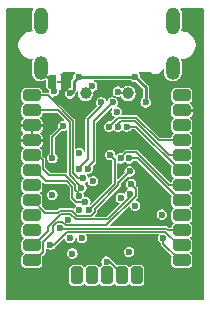
<source format=gbr>
%TF.GenerationSoftware,KiCad,Pcbnew,7.0.6*%
%TF.CreationDate,2023-08-08T22:31:42+02:00*%
%TF.ProjectId,epi_JLC,6570695f-4a4c-4432-9e6b-696361645f70,1_2_0*%
%TF.SameCoordinates,Original*%
%TF.FileFunction,Copper,L4,Bot*%
%TF.FilePolarity,Positive*%
%FSLAX46Y46*%
G04 Gerber Fmt 4.6, Leading zero omitted, Abs format (unit mm)*
G04 Created by KiCad (PCBNEW 7.0.6) date 2023-08-08 22:31:42*
%MOMM*%
%LPD*%
G01*
G04 APERTURE LIST*
G04 Aperture macros list*
%AMRoundRect*
0 Rectangle with rounded corners*
0 $1 Rounding radius*
0 $2 $3 $4 $5 $6 $7 $8 $9 X,Y pos of 4 corners*
0 Add a 4 corners polygon primitive as box body*
4,1,4,$2,$3,$4,$5,$6,$7,$8,$9,$2,$3,0*
0 Add four circle primitives for the rounded corners*
1,1,$1+$1,$2,$3*
1,1,$1+$1,$4,$5*
1,1,$1+$1,$6,$7*
1,1,$1+$1,$8,$9*
0 Add four rect primitives between the rounded corners*
20,1,$1+$1,$2,$3,$4,$5,0*
20,1,$1+$1,$4,$5,$6,$7,0*
20,1,$1+$1,$6,$7,$8,$9,0*
20,1,$1+$1,$8,$9,$2,$3,0*%
%AMFreePoly0*
4,1,15,-0.375000,0.250000,-0.359410,0.357001,-0.305193,0.467904,-0.217904,0.555193,-0.107001,0.609410,0.000000,0.625000,0.375000,0.625000,0.375000,-0.625000,0.000000,-0.625000,-0.107001,-0.609410,-0.217904,-0.555193,-0.305193,-0.467904,-0.359410,-0.357001,-0.375000,-0.250000,-0.375000,0.250000,-0.375000,0.250000,$1*%
%AMFreePoly1*
4,1,15,-0.375000,0.625000,0.000000,0.625000,0.107001,0.609410,0.217904,0.555193,0.305193,0.467904,0.359410,0.357001,0.375000,0.250000,0.375000,-0.250000,0.359410,-0.357001,0.305193,-0.467904,0.217904,-0.555193,0.107001,-0.609410,0.000000,-0.625000,-0.375000,-0.625000,-0.375000,0.625000,-0.375000,0.625000,$1*%
G04 Aperture macros list end*
%TA.AperFunction,CastellatedPad*%
%ADD10RoundRect,0.250000X-0.500000X-0.250000X0.500000X-0.250000X0.500000X0.250000X-0.500000X0.250000X0*%
%TD*%
%TA.AperFunction,CastellatedPad*%
%ADD11RoundRect,0.250000X-0.250000X0.500000X-0.250000X-0.500000X0.250000X-0.500000X0.250000X0.500000X0*%
%TD*%
%TA.AperFunction,ComponentPad*%
%ADD12O,1.200000X2.000000*%
%TD*%
%TA.AperFunction,ComponentPad*%
%ADD13O,1.200000X2.300000*%
%TD*%
%TA.AperFunction,SMDPad,CuDef*%
%ADD14C,1.000000*%
%TD*%
%TA.AperFunction,SMDPad,CuDef*%
%ADD15FreePoly0,180.000000*%
%TD*%
%TA.AperFunction,SMDPad,CuDef*%
%ADD16FreePoly1,180.000000*%
%TD*%
%TA.AperFunction,ViaPad*%
%ADD17C,0.600000*%
%TD*%
%TA.AperFunction,Conductor*%
%ADD18C,0.130000*%
%TD*%
%TA.AperFunction,Conductor*%
%ADD19C,0.200000*%
%TD*%
%TA.AperFunction,Conductor*%
%ADD20C,0.250000*%
%TD*%
G04 APERTURE END LIST*
%TA.AperFunction,EtchedComponent*%
%TO.C,JP1*%
G36*
X100369422Y-57900000D02*
G01*
X100009422Y-57900000D01*
X100009422Y-57700000D01*
X100369422Y-57700000D01*
X100369422Y-57900000D01*
G37*
%TD.AperFunction*%
%TD*%
D10*
%TO.P,J1,1,Pin_1*%
%TO.N,D1{slash}TX*%
X97923220Y-58920000D03*
%TO.P,J1,2,Pin_2*%
%TO.N,D0{slash}RX*%
X97923220Y-60190000D03*
%TO.P,J1,3,Pin_3*%
%TO.N,GND*%
X97923220Y-61460000D03*
%TO.P,J1,4,Pin_4*%
X97923220Y-62730000D03*
%TO.P,J1,5,Pin_5*%
%TO.N,D2{slash}SDA*%
X97923220Y-64000000D03*
%TO.P,J1,6,Pin_6*%
%TO.N,D3{slash}SCL*%
X97923220Y-65270000D03*
%TO.P,J1,7,Pin_7*%
%TO.N,D4*%
X97923220Y-66540000D03*
%TO.P,J1,8,Pin_8*%
%TO.N,D5*%
X97923220Y-67810000D03*
%TO.P,J1,9,Pin_9*%
%TO.N,D6*%
X97923220Y-69080000D03*
%TO.P,J1,10,Pin_10*%
%TO.N,D7*%
X97923220Y-70350000D03*
%TO.P,J1,11,Pin_11*%
%TO.N,D8*%
X97923220Y-71620000D03*
%TO.P,J1,12,Pin_12*%
%TO.N,D9*%
X97923220Y-72890000D03*
%TD*%
D11*
%TO.P,J3,1,Pin_1*%
%TO.N,D11*%
X106813220Y-74160000D03*
%TO.P,J3,2,Pin_2*%
%TO.N,D12*%
X105543220Y-74160000D03*
%TO.P,J3,3,Pin_3*%
%TO.N,D13*%
X104273220Y-74160000D03*
%TO.P,J3,4,Pin_4*%
%TO.N,D17{slash}SS*%
X103003220Y-74160000D03*
%TO.P,J3,5,Pin_5*%
%TO.N,A5*%
X101733220Y-74160000D03*
%TD*%
D12*
%TO.P,J4,S1,SHIELD*%
%TO.N,Net-(J4-SHIELD)*%
X98673220Y-56591500D03*
%TO.P,J4,S2*%
%TO.N,N/C*%
X109873220Y-56591500D03*
D13*
X109873220Y-52591500D03*
X98673220Y-52591500D03*
%TD*%
D10*
%TO.P,J2,1,Pin_1*%
%TO.N,+5V*%
X110623220Y-58920000D03*
%TO.P,J2,2,Pin_2*%
%TO.N,GND*%
X110623220Y-60190000D03*
%TO.P,J2,3,Pin_3*%
%TO.N,RST*%
X110623220Y-61460000D03*
%TO.P,J2,4,Pin_4*%
%TO.N,A4*%
X110623220Y-62730000D03*
%TO.P,J2,5,Pin_5*%
%TO.N,A3*%
X110623220Y-64000000D03*
%TO.P,J2,6,Pin_6*%
%TO.N,A2*%
X110623220Y-65270000D03*
%TO.P,J2,7,Pin_7*%
%TO.N,A1*%
X110623220Y-66540000D03*
%TO.P,J2,8,Pin_8*%
%TO.N,A0*%
X110623220Y-67810000D03*
%TO.P,J2,9,Pin_9*%
%TO.N,D15{slash}SCK*%
X110623220Y-69080000D03*
%TO.P,J2,10,Pin_10*%
%TO.N,D14{slash}MISO*%
X110623220Y-70350000D03*
%TO.P,J2,11,Pin_11*%
%TO.N,D16{slash}MOSI*%
X110623220Y-71620000D03*
%TO.P,J2,12,Pin_12*%
%TO.N,D10*%
X110623220Y-72890000D03*
%TD*%
D14*
%TO.P,TP2,1,1*%
%TO.N,Net-(J4-D--PadA7)*%
X106068220Y-58750000D03*
%TD*%
%TO.P,TP1,1,1*%
%TO.N,Net-(J4-D+-PadA6)*%
X102478220Y-58750000D03*
%TD*%
D15*
%TO.P,JP1,1,A*%
%TO.N,GND*%
X100734422Y-57800000D03*
D16*
%TO.P,JP1,2,B*%
%TO.N,Net-(J4-SHIELD)*%
X99634422Y-57800000D03*
%TD*%
D17*
%TO.N,+5V*%
X99650000Y-67340000D03*
X102155500Y-71000000D03*
X105100000Y-60300000D03*
X100575500Y-61500000D03*
X99654422Y-64210000D03*
%TO.N,GND*%
X104400000Y-66300000D03*
X101073220Y-57341500D03*
X109100000Y-72350000D03*
X107600000Y-69350000D03*
X106150000Y-72150000D03*
X101350000Y-72300000D03*
X101150000Y-71000000D03*
X99645531Y-65097634D03*
X99649500Y-68351092D03*
%TO.N,Net-(C2-Pad2)*%
X106674363Y-68250000D03*
X101922720Y-63810223D03*
%TO.N,RST*%
X102756849Y-68620500D03*
X104550000Y-63950000D03*
%TO.N,D1{slash}TX*%
X102238388Y-65933364D03*
%TO.N,D0{slash}RX*%
X102109022Y-66721135D03*
%TO.N,A4*%
X104450000Y-61550000D03*
%TO.N,Net-(J4-D+-PadA6)*%
X103021062Y-58150000D03*
%TO.N,D+*%
X103800000Y-59510000D03*
X101915140Y-65114500D03*
%TO.N,D-*%
X102664500Y-65114500D03*
X104750000Y-59510000D03*
%TO.N,D15{slash}SCK*%
X101913083Y-68588627D03*
%TO.N,D16{slash}MOSI*%
X99494500Y-71550000D03*
%TO.N,D14{slash}MISO*%
X100269176Y-70121494D03*
%TO.N,D3{slash}SCL*%
X102444172Y-67931922D03*
%TO.N,D2{slash}SDA*%
X101891403Y-67417422D03*
%TO.N,Net-(J4-D--PadA7)*%
X105200000Y-58600000D03*
%TO.N,D4*%
X105460703Y-67583535D03*
%TO.N,D6*%
X108923720Y-69000000D03*
%TO.N,D8*%
X106228223Y-67235500D03*
%TO.N,D9*%
X106324500Y-66424003D03*
%TO.N,D5*%
X106200000Y-65355500D03*
%TO.N,D10*%
X109049648Y-71000352D03*
%TO.N,A0*%
X106165541Y-64241045D03*
%TO.N,A1*%
X105436113Y-64251505D03*
%TO.N,A2*%
X105949503Y-61550000D03*
%TO.N,A3*%
X105200000Y-61550000D03*
%TO.N,A5*%
X103087118Y-66185688D03*
%TO.N,Net-(J4-SHIELD)*%
X99800000Y-58550000D03*
%TO.N,D11*%
X100984191Y-69433000D03*
%TO.N,D12*%
X104250000Y-72980500D03*
%TO.N,Net-(FB1-Pad1)*%
X107563220Y-59510000D03*
X101167581Y-58751539D03*
X101873220Y-57341500D03*
X106673220Y-57341500D03*
%TD*%
D18*
%TO.N,+5V*%
X99654422Y-64210000D02*
X99654422Y-62421078D01*
X99654422Y-62421078D02*
X100575500Y-61500000D01*
%TO.N,RST*%
X104950000Y-64350000D02*
X104950000Y-66450000D01*
X104950000Y-66450000D02*
X102779500Y-68620500D01*
X104550000Y-63950000D02*
X104950000Y-64350000D01*
%TO.N,D1{slash}TX*%
X101835876Y-65933364D02*
X101400000Y-65497488D01*
X102238388Y-65933364D02*
X101835876Y-65933364D01*
X99270000Y-58920000D02*
X97923220Y-58920000D01*
X101400000Y-61050000D02*
X99270000Y-58920000D01*
X101400000Y-65497488D02*
X101400000Y-61050000D01*
%TO.N,D0{slash}RX*%
X102109022Y-66630774D02*
X101140000Y-65661752D01*
X101140000Y-61157696D02*
X100172304Y-60190000D01*
X101140000Y-65661752D02*
X101140000Y-61157696D01*
X100172304Y-60190000D02*
X97923220Y-60190000D01*
X102109022Y-66721135D02*
X102109022Y-66630774D01*
%TO.N,A4*%
X105205000Y-60795000D02*
X106731861Y-60795000D01*
X106731861Y-60795000D02*
X108666861Y-62730000D01*
X108666861Y-62730000D02*
X110623220Y-62730000D01*
X104450000Y-61550000D02*
X105205000Y-60795000D01*
%TO.N,Net-(J4-D+-PadA6)*%
X103021062Y-58150000D02*
X102478220Y-58692842D01*
X102478220Y-58692842D02*
X102478220Y-58750000D01*
D19*
%TO.N,D+*%
X101974120Y-65055520D02*
X101974120Y-65003698D01*
X102700000Y-64277818D02*
X102700000Y-60950000D01*
X101974120Y-65003698D02*
X102700000Y-64277818D01*
X103800000Y-59850000D02*
X103800000Y-59510000D01*
D18*
X101915140Y-65114500D02*
X101913500Y-65114500D01*
D19*
X101915140Y-65114500D02*
X101974120Y-65055520D01*
D18*
X101913500Y-65114500D02*
X101874500Y-65075500D01*
D19*
X102700000Y-60950000D02*
X103800000Y-59850000D01*
%TO.N,D-*%
X103150000Y-61110000D02*
X104750000Y-59510000D01*
X102664500Y-65099922D02*
X102664500Y-64949686D01*
X103149980Y-64464206D02*
X103149980Y-62909955D01*
X103150000Y-61835879D02*
X103150000Y-61110000D01*
X102664500Y-64949686D02*
X103149980Y-64464206D01*
X103150000Y-62909935D02*
X103150000Y-61835879D01*
D18*
%TO.N,D16{slash}MOSI*%
X99494500Y-71550000D02*
X99800000Y-71550000D01*
X100902000Y-70448000D02*
X109196626Y-70448000D01*
X99800000Y-71550000D02*
X100902000Y-70448000D01*
X110368626Y-71620000D02*
X110623220Y-71620000D01*
X109196626Y-70448000D02*
X110368626Y-71620000D01*
%TO.N,D14{slash}MISO*%
X100335682Y-70188000D02*
X109304322Y-70188000D01*
X109466322Y-70350000D02*
X110623220Y-70350000D01*
X100269176Y-70121494D02*
X100335682Y-70188000D01*
X109304322Y-70188000D02*
X109466322Y-70350000D01*
%TO.N,D3{slash}SCL*%
X101334022Y-66630002D02*
X100904020Y-66200000D01*
X100904020Y-66200000D02*
X99100000Y-66200000D01*
X101677583Y-67931922D02*
X101334022Y-67588361D01*
X99100000Y-66200000D02*
X98170000Y-65270000D01*
X98170000Y-65270000D02*
X97923220Y-65270000D01*
X101334022Y-67588361D02*
X101334022Y-66630002D01*
X102444172Y-67931922D02*
X101677583Y-67931922D01*
%TO.N,D2{slash}SDA*%
X100750000Y-65650000D02*
X99350000Y-65650000D01*
X98450000Y-64000000D02*
X97923220Y-64000000D01*
X101891403Y-67417422D02*
X101891403Y-67203552D01*
X101891403Y-67203552D02*
X101614022Y-66926171D01*
X101614022Y-66514022D02*
X100750000Y-65650000D01*
X99350000Y-65650000D02*
X98868220Y-65168220D01*
X98868220Y-65168220D02*
X98868220Y-64418220D01*
X101614022Y-66926171D02*
X101614022Y-66514022D01*
X98868220Y-64418220D02*
X98450000Y-64000000D01*
%TO.N,Net-(J4-D--PadA7)*%
X105350000Y-58750000D02*
X106068220Y-58750000D01*
X105200000Y-58600000D02*
X105350000Y-58750000D01*
%TO.N,D8*%
X99300000Y-70022938D02*
X99300000Y-70400000D01*
X99300000Y-70400000D02*
X98080000Y-71620000D01*
X100384938Y-68938000D02*
X99300000Y-70022938D01*
X98080000Y-71620000D02*
X97923220Y-71620000D01*
X101626727Y-69375500D02*
X101189227Y-68938000D01*
X106228223Y-67235500D02*
X106228223Y-67516051D01*
X106228223Y-67516051D02*
X104368774Y-69375500D01*
X101189227Y-68938000D02*
X100384938Y-68938000D01*
X104368774Y-69375500D02*
X101626727Y-69375500D01*
%TO.N,D9*%
X98900000Y-72138220D02*
X98900000Y-71350000D01*
X98148220Y-72890000D02*
X98900000Y-72138220D01*
X106723223Y-66822726D02*
X106324500Y-66424003D01*
X100447718Y-69600000D02*
X100775718Y-69928000D01*
X106723223Y-67440536D02*
X106723223Y-66822726D01*
X98900000Y-71350000D02*
X99750000Y-70500000D01*
X97923220Y-72890000D02*
X98148220Y-72890000D01*
X104235759Y-69928000D02*
X106723223Y-67440536D01*
X100775718Y-69928000D02*
X104235759Y-69928000D01*
X99750000Y-69940634D02*
X100090634Y-69600000D01*
X100090634Y-69600000D02*
X100447718Y-69600000D01*
X99750000Y-70500000D02*
X99750000Y-69940634D01*
%TO.N,D5*%
X103251849Y-68515847D02*
X103251849Y-68825536D01*
X100277242Y-68678000D02*
X100105242Y-68850000D01*
X99072545Y-68850000D02*
X98032545Y-67810000D01*
X106200000Y-65355500D02*
X105230000Y-66325500D01*
X100105242Y-68850000D02*
X99072545Y-68850000D01*
X101734423Y-69115500D02*
X101296923Y-68678000D01*
X102961885Y-69115500D02*
X101734423Y-69115500D01*
X101296923Y-68678000D02*
X100277242Y-68678000D01*
X105230000Y-66325500D02*
X105230000Y-66537696D01*
X103251849Y-68825536D02*
X102961885Y-69115500D01*
X105230000Y-66537696D02*
X103251849Y-68515847D01*
X98032545Y-67810000D02*
X97923220Y-67810000D01*
%TO.N,D10*%
X109049648Y-71468179D02*
X110471469Y-72890000D01*
X110471469Y-72890000D02*
X110623220Y-72890000D01*
X109049648Y-71000352D02*
X109049648Y-71468179D01*
%TO.N,A0*%
X106165541Y-64241045D02*
X106902514Y-64241045D01*
X110471469Y-67810000D02*
X110623220Y-67810000D01*
X106902514Y-64241045D02*
X110471469Y-67810000D01*
%TO.N,A1*%
X106775210Y-63746045D02*
X109569165Y-66540000D01*
X109569165Y-66540000D02*
X110623220Y-66540000D01*
X105436113Y-64198853D02*
X105888921Y-63746045D01*
X105888921Y-63746045D02*
X106775210Y-63746045D01*
X105436113Y-64251505D02*
X105436113Y-64198853D01*
%TO.N,A2*%
X105949503Y-61550000D02*
X106751469Y-61550000D01*
X110471469Y-65270000D02*
X110623220Y-65270000D01*
X106751469Y-61550000D02*
X110471469Y-65270000D01*
%TO.N,A3*%
X105200000Y-61550000D02*
X105200000Y-61300000D01*
X109569165Y-64000000D02*
X110623220Y-64000000D01*
X106624165Y-61055000D02*
X109569165Y-64000000D01*
X105445000Y-61055000D02*
X106624165Y-61055000D01*
X105200000Y-61300000D02*
X105445000Y-61055000D01*
%TO.N,Net-(J4-SHIELD)*%
X99634422Y-57800000D02*
X98673220Y-56838798D01*
X98673220Y-56838798D02*
X98673220Y-56591500D01*
%TO.N,D12*%
X104501329Y-72980500D02*
X105543220Y-74022391D01*
X105543220Y-74022391D02*
X105543220Y-74160000D01*
X104250000Y-72980500D02*
X104501329Y-72980500D01*
%TO.N,Net-(FB1-Pad1)*%
X106664720Y-57350000D02*
X106673220Y-57341500D01*
D20*
X101500000Y-58450000D02*
X101500000Y-57714720D01*
X101167581Y-58751539D02*
X101198461Y-58751539D01*
X107563220Y-58231500D02*
X106673220Y-57341500D01*
D18*
X101873220Y-57341500D02*
X101881720Y-57350000D01*
D20*
X101500000Y-57714720D02*
X101873220Y-57341500D01*
X101881720Y-57350000D02*
X106664720Y-57350000D01*
X101198461Y-58751539D02*
X101500000Y-58450000D01*
X107563220Y-59510000D02*
X107563220Y-58231500D01*
%TD*%
%TA.AperFunction,Conductor*%
%TO.N,GND*%
G36*
X98032665Y-51569245D02*
G01*
X98051410Y-51614500D01*
X98044603Y-51643223D01*
X97972640Y-51786512D01*
X97932720Y-51954948D01*
X97932720Y-53184628D01*
X97947773Y-53313426D01*
X97947775Y-53313434D01*
X97982416Y-53408611D01*
X97980281Y-53457547D01*
X97944167Y-53490640D01*
X97922277Y-53494500D01*
X97871581Y-53494500D01*
X97743730Y-53506347D01*
X97711767Y-53509309D01*
X97505792Y-53567914D01*
X97314107Y-53663362D01*
X97314104Y-53663364D01*
X97143215Y-53792411D01*
X96998941Y-53950672D01*
X96886208Y-54132741D01*
X96808848Y-54332428D01*
X96808846Y-54332437D01*
X96769500Y-54542924D01*
X96769500Y-54757075D01*
X96808846Y-54967562D01*
X96808848Y-54967571D01*
X96886208Y-55167258D01*
X96998941Y-55349327D01*
X97115586Y-55477281D01*
X97143215Y-55507588D01*
X97256962Y-55593484D01*
X97314102Y-55636634D01*
X97314103Y-55636634D01*
X97314104Y-55636635D01*
X97314107Y-55636637D01*
X97505792Y-55732085D01*
X97505794Y-55732085D01*
X97505797Y-55732087D01*
X97711768Y-55790691D01*
X97871581Y-55805500D01*
X97871585Y-55805500D01*
X97934677Y-55805500D01*
X97979932Y-55824245D01*
X97998677Y-55869500D01*
X97991870Y-55898220D01*
X97972641Y-55936510D01*
X97972640Y-55936512D01*
X97932720Y-56104948D01*
X97932720Y-57034628D01*
X97947773Y-57163426D01*
X97947775Y-57163437D01*
X98006980Y-57326098D01*
X98006982Y-57326103D01*
X98102100Y-57470723D01*
X98102102Y-57470726D01*
X98215135Y-57577365D01*
X98228014Y-57589516D01*
X98377926Y-57676068D01*
X98543758Y-57725715D01*
X98716569Y-57735780D01*
X98887044Y-57705720D01*
X99029574Y-57644237D01*
X99078551Y-57643526D01*
X99113688Y-57677655D01*
X99118922Y-57703004D01*
X99118922Y-58090369D01*
X99128868Y-58173192D01*
X99128870Y-58173200D01*
X99180856Y-58305028D01*
X99180858Y-58305031D01*
X99266480Y-58417940D01*
X99266481Y-58417941D01*
X99308967Y-58450159D01*
X99333347Y-58468646D01*
X99358080Y-58510927D01*
X99358025Y-58528748D01*
X99355282Y-58547828D01*
X99354970Y-58550000D01*
X99355662Y-58554813D01*
X99368259Y-58642429D01*
X99356144Y-58689891D01*
X99314018Y-58714886D01*
X99296809Y-58714183D01*
X99296729Y-58714902D01*
X99293159Y-58714500D01*
X99293155Y-58714500D01*
X99283343Y-58714500D01*
X99279758Y-58714299D01*
X99267765Y-58712948D01*
X99246400Y-58710541D01*
X99246399Y-58710541D01*
X99246398Y-58710541D01*
X99245350Y-58710908D01*
X99224212Y-58714500D01*
X98877719Y-58714500D01*
X98832464Y-58695755D01*
X98813719Y-58650500D01*
X98813719Y-58639267D01*
X98804563Y-58581454D01*
X98799237Y-58547825D01*
X98780436Y-58510927D01*
X98749393Y-58450000D01*
X98743079Y-58437609D01*
X98655611Y-58350141D01*
X98655608Y-58350139D01*
X98655606Y-58350138D01*
X98545400Y-58293985D01*
X98545393Y-58293982D01*
X98491460Y-58285440D01*
X98453955Y-58279500D01*
X98453952Y-58279500D01*
X97392487Y-58279500D01*
X97301048Y-58293982D01*
X97301039Y-58293985D01*
X97190833Y-58350138D01*
X97190832Y-58350138D01*
X97103358Y-58437612D01*
X97103358Y-58437613D01*
X97047205Y-58547819D01*
X97047202Y-58547826D01*
X97032720Y-58639267D01*
X97032720Y-59200732D01*
X97047202Y-59292171D01*
X97047205Y-59292180D01*
X97103358Y-59402386D01*
X97103361Y-59402391D01*
X97190829Y-59489859D01*
X97190833Y-59489861D01*
X97206758Y-59497976D01*
X97238571Y-59535223D01*
X97234727Y-59584055D01*
X97206758Y-59612024D01*
X97190833Y-59620138D01*
X97190832Y-59620138D01*
X97103358Y-59707612D01*
X97103358Y-59707613D01*
X97047205Y-59817819D01*
X97047202Y-59817826D01*
X97032720Y-59909267D01*
X97032720Y-60470732D01*
X97047202Y-60562171D01*
X97047205Y-60562180D01*
X97103358Y-60672386D01*
X97103361Y-60672391D01*
X97190829Y-60759859D01*
X97190831Y-60759860D01*
X97196293Y-60762643D01*
X97228106Y-60799889D01*
X97224264Y-60848722D01*
X97196297Y-60876691D01*
X97185177Y-60882357D01*
X97095577Y-60971957D01*
X97095576Y-60971959D01*
X97038055Y-61084849D01*
X97038054Y-61084853D01*
X97023220Y-61178520D01*
X97023220Y-61360000D01*
X97613759Y-61360000D01*
X97598220Y-61402694D01*
X97598220Y-61517306D01*
X97613759Y-61560000D01*
X97023221Y-61560000D01*
X97023221Y-61741477D01*
X97038054Y-61835144D01*
X97038057Y-61835153D01*
X97095576Y-61948040D01*
X97095577Y-61948042D01*
X97185178Y-62037642D01*
X97185179Y-62037643D01*
X97185831Y-62037976D01*
X97186149Y-62038348D01*
X97189253Y-62040604D01*
X97188711Y-62041348D01*
X97217644Y-62075223D01*
X97213800Y-62124055D01*
X97188918Y-62148936D01*
X97189253Y-62149396D01*
X97186348Y-62151506D01*
X97185831Y-62152024D01*
X97185179Y-62152356D01*
X97185177Y-62152357D01*
X97095577Y-62241957D01*
X97095576Y-62241959D01*
X97038055Y-62354849D01*
X97038054Y-62354853D01*
X97023220Y-62448520D01*
X97023220Y-62630000D01*
X97613759Y-62630000D01*
X97598220Y-62672694D01*
X97598220Y-62787306D01*
X97613759Y-62830000D01*
X97023221Y-62830000D01*
X97023221Y-63011477D01*
X97038054Y-63105144D01*
X97038057Y-63105153D01*
X97095576Y-63218040D01*
X97095577Y-63218042D01*
X97185176Y-63307641D01*
X97196294Y-63313306D01*
X97228106Y-63350553D01*
X97224264Y-63399386D01*
X97196298Y-63427354D01*
X97190831Y-63430139D01*
X97103358Y-63517612D01*
X97103358Y-63517613D01*
X97047205Y-63627819D01*
X97047202Y-63627826D01*
X97032720Y-63719267D01*
X97032720Y-64280732D01*
X97047202Y-64372171D01*
X97047205Y-64372180D01*
X97103358Y-64482386D01*
X97103361Y-64482391D01*
X97190829Y-64569859D01*
X97190833Y-64569861D01*
X97206758Y-64577976D01*
X97238571Y-64615223D01*
X97234727Y-64664055D01*
X97206758Y-64692024D01*
X97190833Y-64700138D01*
X97190832Y-64700138D01*
X97103358Y-64787612D01*
X97103358Y-64787613D01*
X97047205Y-64897819D01*
X97047202Y-64897826D01*
X97032720Y-64989267D01*
X97032720Y-65550732D01*
X97047202Y-65642171D01*
X97047205Y-65642180D01*
X97103358Y-65752386D01*
X97103361Y-65752391D01*
X97190829Y-65839859D01*
X97190831Y-65839860D01*
X97190832Y-65839861D01*
X97206758Y-65847976D01*
X97238571Y-65885223D01*
X97234727Y-65934055D01*
X97206758Y-65962024D01*
X97190833Y-65970138D01*
X97190832Y-65970138D01*
X97103358Y-66057612D01*
X97103358Y-66057613D01*
X97047205Y-66167819D01*
X97047202Y-66167826D01*
X97032720Y-66259267D01*
X97032720Y-66820732D01*
X97047202Y-66912171D01*
X97047205Y-66912180D01*
X97093822Y-67003670D01*
X97103361Y-67022391D01*
X97190829Y-67109859D01*
X97190831Y-67109860D01*
X97190832Y-67109861D01*
X97206758Y-67117976D01*
X97238571Y-67155223D01*
X97234727Y-67204055D01*
X97206758Y-67232024D01*
X97190833Y-67240138D01*
X97190832Y-67240138D01*
X97103358Y-67327612D01*
X97103358Y-67327613D01*
X97047205Y-67437819D01*
X97047202Y-67437826D01*
X97038714Y-67491422D01*
X97034140Y-67520303D01*
X97032720Y-67529267D01*
X97032720Y-68090732D01*
X97047202Y-68182171D01*
X97047205Y-68182180D01*
X97103358Y-68292386D01*
X97103361Y-68292391D01*
X97190829Y-68379859D01*
X97190831Y-68379860D01*
X97190832Y-68379861D01*
X97206758Y-68387976D01*
X97238571Y-68425223D01*
X97234727Y-68474055D01*
X97206758Y-68502024D01*
X97190833Y-68510138D01*
X97190832Y-68510138D01*
X97103358Y-68597612D01*
X97103358Y-68597613D01*
X97047205Y-68707819D01*
X97047202Y-68707826D01*
X97032720Y-68799267D01*
X97032720Y-69360732D01*
X97047202Y-69452171D01*
X97047205Y-69452180D01*
X97103358Y-69562386D01*
X97103361Y-69562391D01*
X97190829Y-69649859D01*
X97190831Y-69649860D01*
X97190832Y-69649861D01*
X97206758Y-69657976D01*
X97238571Y-69695223D01*
X97234727Y-69744055D01*
X97206758Y-69772024D01*
X97190833Y-69780138D01*
X97190832Y-69780138D01*
X97103358Y-69867612D01*
X97103358Y-69867613D01*
X97047205Y-69977819D01*
X97047202Y-69977826D01*
X97039522Y-70026317D01*
X97034730Y-70056578D01*
X97032720Y-70069267D01*
X97032720Y-70630732D01*
X97047202Y-70722171D01*
X97047205Y-70722180D01*
X97066476Y-70760001D01*
X97103361Y-70832391D01*
X97190829Y-70919859D01*
X97190831Y-70919860D01*
X97190832Y-70919861D01*
X97206758Y-70927976D01*
X97238571Y-70965223D01*
X97234727Y-71014055D01*
X97206758Y-71042024D01*
X97190833Y-71050138D01*
X97190832Y-71050138D01*
X97103358Y-71137612D01*
X97103358Y-71137613D01*
X97047205Y-71247819D01*
X97047202Y-71247826D01*
X97045198Y-71260482D01*
X97033130Y-71336681D01*
X97032720Y-71339267D01*
X97032720Y-71900732D01*
X97047202Y-71992171D01*
X97047205Y-71992180D01*
X97103358Y-72102386D01*
X97103361Y-72102391D01*
X97190829Y-72189859D01*
X97190831Y-72189860D01*
X97190832Y-72189861D01*
X97206758Y-72197976D01*
X97238571Y-72235223D01*
X97234727Y-72284055D01*
X97206758Y-72312024D01*
X97190833Y-72320138D01*
X97190832Y-72320138D01*
X97103358Y-72407612D01*
X97103358Y-72407613D01*
X97047205Y-72517819D01*
X97047202Y-72517826D01*
X97032720Y-72609267D01*
X97032720Y-73170732D01*
X97047202Y-73262171D01*
X97047205Y-73262180D01*
X97103358Y-73372386D01*
X97103361Y-73372391D01*
X97190829Y-73459859D01*
X97190831Y-73459860D01*
X97190832Y-73459861D01*
X97301039Y-73516014D01*
X97301045Y-73516017D01*
X97392485Y-73530500D01*
X98453954Y-73530499D01*
X98545395Y-73516017D01*
X98655607Y-73459861D01*
X98655608Y-73459861D01*
X98655608Y-73459860D01*
X98655611Y-73459859D01*
X98743079Y-73372391D01*
X98799237Y-73262175D01*
X98813720Y-73170735D01*
X98813719Y-72609266D01*
X98805947Y-72560200D01*
X98817383Y-72512570D01*
X98823899Y-72504940D01*
X99012935Y-72315904D01*
X99030422Y-72303499D01*
X99031422Y-72303018D01*
X99033829Y-72300000D01*
X100900000Y-72300000D01*
X100919999Y-72429999D01*
X100920000Y-72430001D01*
X100979998Y-72549999D01*
X100979999Y-72550000D01*
X101059998Y-72639999D01*
X101060002Y-72640002D01*
X101159998Y-72709999D01*
X101160000Y-72710000D01*
X101240000Y-72730000D01*
X101279999Y-72740000D01*
X101280000Y-72740000D01*
X101419998Y-72740000D01*
X101420000Y-72740000D01*
X101540000Y-72700000D01*
X101633052Y-72644169D01*
X101639997Y-72640002D01*
X101639998Y-72640001D01*
X101639997Y-72640001D01*
X101640000Y-72640000D01*
X101730000Y-72540000D01*
X101780000Y-72430000D01*
X101800000Y-72300000D01*
X101780000Y-72170000D01*
X101770909Y-72150000D01*
X105700000Y-72150000D01*
X105719999Y-72279999D01*
X105720000Y-72280001D01*
X105779998Y-72399999D01*
X105779999Y-72400000D01*
X105859998Y-72489999D01*
X105860002Y-72490002D01*
X105959998Y-72559999D01*
X105960000Y-72560000D01*
X106022744Y-72575686D01*
X106079999Y-72590000D01*
X106080000Y-72590000D01*
X106219998Y-72590000D01*
X106220000Y-72590000D01*
X106340000Y-72550000D01*
X106440000Y-72490000D01*
X106530000Y-72390000D01*
X106580000Y-72280000D01*
X106600000Y-72150000D01*
X106580000Y-72020000D01*
X106567350Y-71992171D01*
X106550370Y-71954814D01*
X106530000Y-71910000D01*
X106440000Y-71810000D01*
X106340000Y-71740000D01*
X106339999Y-71739999D01*
X106339998Y-71739999D01*
X106220001Y-71710000D01*
X106220000Y-71710000D01*
X106080000Y-71710000D01*
X105960000Y-71750000D01*
X105959998Y-71750001D01*
X105959997Y-71750001D01*
X105860002Y-71809997D01*
X105860001Y-71809998D01*
X105769999Y-71910001D01*
X105720001Y-72019995D01*
X105720000Y-72019999D01*
X105700000Y-72150000D01*
X101770909Y-72150000D01*
X101730000Y-72060000D01*
X101640000Y-71960000D01*
X101540000Y-71890000D01*
X101539999Y-71889999D01*
X101539998Y-71889999D01*
X101420001Y-71860000D01*
X101420000Y-71860000D01*
X101280000Y-71860000D01*
X101160000Y-71900000D01*
X101159998Y-71900001D01*
X101159997Y-71900001D01*
X101060002Y-71959997D01*
X101060001Y-71959998D01*
X100969999Y-72060001D01*
X100920001Y-72169995D01*
X100920000Y-72169999D01*
X100900000Y-72300000D01*
X99033829Y-72300000D01*
X99052354Y-72276768D01*
X99054735Y-72274104D01*
X99061683Y-72267158D01*
X99066910Y-72258837D01*
X99068985Y-72255916D01*
X99089909Y-72229678D01*
X99089911Y-72229676D01*
X99090157Y-72228595D01*
X99098368Y-72208774D01*
X99098956Y-72207839D01*
X99102714Y-72174478D01*
X99103312Y-72170958D01*
X99105500Y-72161375D01*
X99105500Y-72151558D01*
X99105701Y-72147973D01*
X99109459Y-72114620D01*
X99109089Y-72113564D01*
X99105500Y-72092432D01*
X99105500Y-71940835D01*
X99124245Y-71895580D01*
X99169500Y-71876835D01*
X99204099Y-71886994D01*
X99309628Y-71954814D01*
X99431166Y-71990500D01*
X99431167Y-71990500D01*
X99557833Y-71990500D01*
X99557834Y-71990500D01*
X99679372Y-71954814D01*
X99785933Y-71886331D01*
X99852076Y-71809998D01*
X99868881Y-71790604D01*
X99868881Y-71790603D01*
X99868880Y-71790603D01*
X99868883Y-71790601D01*
X99886008Y-71753100D01*
X99904320Y-71729651D01*
X99917692Y-71718987D01*
X99920623Y-71716907D01*
X99921253Y-71716510D01*
X99928937Y-71711684D01*
X99935884Y-71704735D01*
X99938548Y-71702354D01*
X99964798Y-71681422D01*
X99965279Y-71680422D01*
X99977684Y-71662935D01*
X100602777Y-71037842D01*
X100648031Y-71019098D01*
X100693286Y-71037843D01*
X100711287Y-71073366D01*
X100719999Y-71130000D01*
X100720000Y-71130001D01*
X100779998Y-71249999D01*
X100779999Y-71250000D01*
X100859998Y-71339999D01*
X100860002Y-71340002D01*
X100959998Y-71409999D01*
X100960000Y-71410000D01*
X101040000Y-71430000D01*
X101079999Y-71440000D01*
X101080000Y-71440000D01*
X101219998Y-71440000D01*
X101220000Y-71440000D01*
X101340000Y-71400000D01*
X101440000Y-71340000D01*
X101530000Y-71240000D01*
X101580000Y-71130000D01*
X101591706Y-71053905D01*
X101617115Y-71012029D01*
X101664694Y-71000383D01*
X101706572Y-71025792D01*
X101718310Y-71054528D01*
X101721019Y-71073366D01*
X101728497Y-71125381D01*
X101781116Y-71240600D01*
X101781118Y-71240604D01*
X101837557Y-71305737D01*
X101864067Y-71336331D01*
X101970628Y-71404814D01*
X102092166Y-71440500D01*
X102092167Y-71440500D01*
X102218833Y-71440500D01*
X102218834Y-71440500D01*
X102340372Y-71404814D01*
X102446933Y-71336331D01*
X102523623Y-71247826D01*
X102529881Y-71240604D01*
X102529883Y-71240600D01*
X102539597Y-71219331D01*
X102582503Y-71125379D01*
X102600530Y-71000000D01*
X102582503Y-70874621D01*
X102580392Y-70869999D01*
X102529883Y-70759399D01*
X102527406Y-70755544D01*
X102528395Y-70754908D01*
X102514425Y-70712936D01*
X102536350Y-70669133D01*
X102578262Y-70653500D01*
X108627191Y-70653500D01*
X108672446Y-70672245D01*
X108691191Y-70717500D01*
X108677038Y-70755443D01*
X108677742Y-70755896D01*
X108675662Y-70759132D01*
X108675558Y-70759412D01*
X108675266Y-70759747D01*
X108675264Y-70759751D01*
X108622645Y-70874970D01*
X108604618Y-71000352D01*
X108622645Y-71125733D01*
X108675264Y-71240952D01*
X108675266Y-71240956D01*
X108758213Y-71336681D01*
X108758215Y-71336683D01*
X108813473Y-71372195D01*
X108841409Y-71412431D01*
X108839889Y-71437290D01*
X108840996Y-71437415D01*
X108840188Y-71444576D01*
X108843947Y-71477934D01*
X108844148Y-71481520D01*
X108844148Y-71491334D01*
X108846330Y-71500898D01*
X108846930Y-71504434D01*
X108850690Y-71537794D01*
X108850690Y-71537796D01*
X108851286Y-71538744D01*
X108859487Y-71558542D01*
X108859736Y-71559633D01*
X108859737Y-71559635D01*
X108880659Y-71585869D01*
X108882738Y-71588799D01*
X108887963Y-71597115D01*
X108887965Y-71597117D01*
X108894904Y-71604057D01*
X108897297Y-71606734D01*
X108918226Y-71632977D01*
X108919233Y-71633462D01*
X108936714Y-71645866D01*
X109735072Y-72444224D01*
X109753817Y-72489479D01*
X109748205Y-72512857D01*
X109748759Y-72513037D01*
X109747202Y-72517825D01*
X109732720Y-72609267D01*
X109732720Y-73170732D01*
X109747202Y-73262171D01*
X109747205Y-73262180D01*
X109803358Y-73372386D01*
X109803361Y-73372391D01*
X109890829Y-73459859D01*
X110001045Y-73516017D01*
X110092485Y-73530500D01*
X111153954Y-73530499D01*
X111245395Y-73516017D01*
X111355607Y-73459861D01*
X111355608Y-73459861D01*
X111355608Y-73459860D01*
X111355611Y-73459859D01*
X111443079Y-73372391D01*
X111499237Y-73262175D01*
X111513720Y-73170735D01*
X111513719Y-72609266D01*
X111499237Y-72517825D01*
X111443079Y-72407609D01*
X111355611Y-72320141D01*
X111354338Y-72319492D01*
X111339679Y-72312023D01*
X111307868Y-72274775D01*
X111311712Y-72225942D01*
X111339681Y-72197975D01*
X111355611Y-72189859D01*
X111443079Y-72102391D01*
X111499237Y-71992175D01*
X111513720Y-71900735D01*
X111513719Y-71339266D01*
X111499237Y-71247825D01*
X111443079Y-71137609D01*
X111355611Y-71050141D01*
X111339679Y-71042023D01*
X111307868Y-71004775D01*
X111311712Y-70955942D01*
X111339681Y-70927975D01*
X111355611Y-70919859D01*
X111443079Y-70832391D01*
X111499237Y-70722175D01*
X111513720Y-70630735D01*
X111513719Y-70069266D01*
X111499237Y-69977825D01*
X111443079Y-69867609D01*
X111355611Y-69780141D01*
X111339679Y-69772023D01*
X111307868Y-69734775D01*
X111311712Y-69685942D01*
X111339681Y-69657975D01*
X111355611Y-69649859D01*
X111443079Y-69562391D01*
X111499237Y-69452175D01*
X111513720Y-69360735D01*
X111513719Y-68799266D01*
X111499237Y-68707825D01*
X111443079Y-68597609D01*
X111355611Y-68510141D01*
X111339679Y-68502023D01*
X111307868Y-68464775D01*
X111311712Y-68415942D01*
X111339681Y-68387975D01*
X111355611Y-68379859D01*
X111443079Y-68292391D01*
X111499237Y-68182175D01*
X111513720Y-68090735D01*
X111513719Y-67529266D01*
X111499237Y-67437825D01*
X111488593Y-67416936D01*
X111443081Y-67327613D01*
X111443079Y-67327609D01*
X111355611Y-67240141D01*
X111339679Y-67232023D01*
X111307868Y-67194775D01*
X111311712Y-67145942D01*
X111339681Y-67117975D01*
X111355611Y-67109859D01*
X111443079Y-67022391D01*
X111499237Y-66912175D01*
X111513720Y-66820735D01*
X111513719Y-66259266D01*
X111499237Y-66167825D01*
X111443079Y-66057609D01*
X111355611Y-65970141D01*
X111339679Y-65962023D01*
X111307868Y-65924775D01*
X111311712Y-65875942D01*
X111339681Y-65847975D01*
X111355611Y-65839859D01*
X111443079Y-65752391D01*
X111499237Y-65642175D01*
X111513720Y-65550735D01*
X111513719Y-64989266D01*
X111499237Y-64897825D01*
X111443079Y-64787609D01*
X111355611Y-64700141D01*
X111339679Y-64692023D01*
X111307868Y-64654775D01*
X111311712Y-64605942D01*
X111339681Y-64577975D01*
X111355611Y-64569859D01*
X111443079Y-64482391D01*
X111499237Y-64372175D01*
X111513720Y-64280735D01*
X111513719Y-63719266D01*
X111499237Y-63627825D01*
X111443079Y-63517609D01*
X111355611Y-63430141D01*
X111339679Y-63422023D01*
X111307868Y-63384775D01*
X111311712Y-63335942D01*
X111339681Y-63307975D01*
X111355611Y-63299859D01*
X111443079Y-63212391D01*
X111499237Y-63102175D01*
X111513720Y-63010735D01*
X111513719Y-62449266D01*
X111499237Y-62357825D01*
X111443079Y-62247609D01*
X111355611Y-62160141D01*
X111340334Y-62152357D01*
X111339679Y-62152023D01*
X111307868Y-62114775D01*
X111311712Y-62065942D01*
X111339681Y-62037975D01*
X111355611Y-62029859D01*
X111443079Y-61942391D01*
X111499237Y-61832175D01*
X111513720Y-61740735D01*
X111513719Y-61179266D01*
X111499237Y-61087825D01*
X111443079Y-60977609D01*
X111355611Y-60890141D01*
X111355608Y-60890139D01*
X111350144Y-60887355D01*
X111318332Y-60850107D01*
X111322176Y-60801275D01*
X111350147Y-60773306D01*
X111361261Y-60767643D01*
X111450862Y-60678042D01*
X111450863Y-60678040D01*
X111508384Y-60565150D01*
X111508385Y-60565146D01*
X111523220Y-60471479D01*
X111523220Y-60290000D01*
X110932681Y-60290000D01*
X110948220Y-60247306D01*
X110948220Y-60132694D01*
X110932681Y-60090000D01*
X111523219Y-60090000D01*
X111523219Y-59908522D01*
X111508385Y-59814855D01*
X111508382Y-59814846D01*
X111450863Y-59701959D01*
X111450862Y-59701958D01*
X111361262Y-59612357D01*
X111350144Y-59606692D01*
X111318332Y-59569444D01*
X111322176Y-59520612D01*
X111350146Y-59492643D01*
X111355611Y-59489859D01*
X111443079Y-59402391D01*
X111499237Y-59292175D01*
X111513720Y-59200735D01*
X111513719Y-58639266D01*
X111499237Y-58547825D01*
X111480436Y-58510927D01*
X111449393Y-58450000D01*
X111443079Y-58437609D01*
X111355611Y-58350141D01*
X111355608Y-58350139D01*
X111355606Y-58350138D01*
X111245400Y-58293985D01*
X111245393Y-58293982D01*
X111191460Y-58285440D01*
X111153955Y-58279500D01*
X111153952Y-58279500D01*
X110092487Y-58279500D01*
X110001048Y-58293982D01*
X110001039Y-58293985D01*
X109890833Y-58350138D01*
X109890832Y-58350138D01*
X109803358Y-58437612D01*
X109803358Y-58437613D01*
X109747205Y-58547819D01*
X109747202Y-58547826D01*
X109732720Y-58639267D01*
X109732720Y-59200732D01*
X109747202Y-59292171D01*
X109747205Y-59292180D01*
X109803358Y-59402386D01*
X109803361Y-59402391D01*
X109890829Y-59489859D01*
X109890831Y-59489860D01*
X109896293Y-59492643D01*
X109928106Y-59529889D01*
X109924264Y-59578722D01*
X109896297Y-59606691D01*
X109885177Y-59612357D01*
X109795577Y-59701957D01*
X109795576Y-59701959D01*
X109738055Y-59814849D01*
X109738054Y-59814853D01*
X109723220Y-59908520D01*
X109723220Y-60114810D01*
X109724422Y-60117712D01*
X109724422Y-60262289D01*
X109723221Y-60265188D01*
X109723221Y-60471477D01*
X109738054Y-60565144D01*
X109738057Y-60565153D01*
X109795576Y-60678040D01*
X109795577Y-60678042D01*
X109885176Y-60767641D01*
X109896294Y-60773306D01*
X109928106Y-60810553D01*
X109924264Y-60859386D01*
X109896298Y-60887354D01*
X109890831Y-60890139D01*
X109803358Y-60977612D01*
X109803358Y-60977613D01*
X109747205Y-61087819D01*
X109747202Y-61087826D01*
X109732720Y-61179267D01*
X109732720Y-61740732D01*
X109747202Y-61832171D01*
X109747205Y-61832180D01*
X109792388Y-61920856D01*
X109803361Y-61942391D01*
X109890829Y-62029859D01*
X109890833Y-62029861D01*
X109906758Y-62037976D01*
X109938571Y-62075223D01*
X109934727Y-62124055D01*
X109906758Y-62152024D01*
X109890833Y-62160138D01*
X109890832Y-62160138D01*
X109803358Y-62247612D01*
X109803358Y-62247613D01*
X109747205Y-62357819D01*
X109747202Y-62357826D01*
X109732720Y-62449267D01*
X109732720Y-62460500D01*
X109713975Y-62505755D01*
X109668720Y-62524500D01*
X108778492Y-62524500D01*
X108733237Y-62505755D01*
X106909548Y-60682066D01*
X106897144Y-60664585D01*
X106896659Y-60663578D01*
X106896657Y-60663576D01*
X106870416Y-60642649D01*
X106867739Y-60640256D01*
X106860799Y-60633317D01*
X106860797Y-60633315D01*
X106852481Y-60628090D01*
X106849551Y-60626011D01*
X106823317Y-60605089D01*
X106823315Y-60605088D01*
X106822224Y-60604839D01*
X106802426Y-60596638D01*
X106801477Y-60596042D01*
X106768116Y-60592282D01*
X106764580Y-60591682D01*
X106755016Y-60589500D01*
X106745204Y-60589500D01*
X106741619Y-60589299D01*
X106729626Y-60587948D01*
X106708261Y-60585541D01*
X106708260Y-60585541D01*
X106708259Y-60585541D01*
X106707211Y-60585908D01*
X106686073Y-60589500D01*
X105551637Y-60589500D01*
X105506382Y-60570755D01*
X105487637Y-60525500D01*
X105493421Y-60498913D01*
X105506290Y-60470735D01*
X105527003Y-60425379D01*
X105545030Y-60300000D01*
X105527003Y-60174621D01*
X105474383Y-60059399D01*
X105474381Y-60059395D01*
X105391434Y-59963670D01*
X105391432Y-59963668D01*
X105284872Y-59895186D01*
X105163326Y-59859497D01*
X105160797Y-59859134D01*
X105159534Y-59858384D01*
X105158943Y-59858211D01*
X105158987Y-59858059D01*
X105118673Y-59834134D01*
X105106566Y-59786671D01*
X105121547Y-59753873D01*
X105124383Y-59750601D01*
X105177003Y-59635379D01*
X105195030Y-59510000D01*
X105177003Y-59384621D01*
X105166783Y-59362243D01*
X105124383Y-59269399D01*
X105124381Y-59269395D01*
X105041434Y-59173670D01*
X105041432Y-59173668D01*
X104966481Y-59125500D01*
X104950873Y-59115469D01*
X104945252Y-59107372D01*
X104937940Y-59106587D01*
X104934872Y-59105186D01*
X104916375Y-59099755D01*
X104813334Y-59069500D01*
X104686666Y-59069500D01*
X104565128Y-59105186D01*
X104565126Y-59105186D01*
X104458567Y-59173668D01*
X104458565Y-59173670D01*
X104375618Y-59269395D01*
X104375616Y-59269399D01*
X104333216Y-59362243D01*
X104297366Y-59395621D01*
X104248413Y-59393872D01*
X104216784Y-59362243D01*
X104174383Y-59269399D01*
X104174381Y-59269395D01*
X104091434Y-59173670D01*
X104091432Y-59173668D01*
X103984872Y-59105186D01*
X103966375Y-59099755D01*
X103863334Y-59069500D01*
X103736666Y-59069500D01*
X103615128Y-59105186D01*
X103615126Y-59105186D01*
X103508567Y-59173668D01*
X103508565Y-59173670D01*
X103425618Y-59269395D01*
X103425616Y-59269399D01*
X103372997Y-59384618D01*
X103354970Y-59510000D01*
X103372997Y-59635381D01*
X103425616Y-59750600D01*
X103425619Y-59750604D01*
X103448646Y-59777178D01*
X103464116Y-59823655D01*
X103445534Y-59864345D01*
X102534987Y-60774893D01*
X102533772Y-60776046D01*
X102501085Y-60805478D01*
X102490039Y-60830287D01*
X102485249Y-60839108D01*
X102470458Y-60861885D01*
X102470458Y-60861886D01*
X102468731Y-60872787D01*
X102463987Y-60888800D01*
X102459500Y-60898879D01*
X102459500Y-60926035D01*
X102458712Y-60936046D01*
X102454464Y-60962868D01*
X102456900Y-60971958D01*
X102457319Y-60973522D01*
X102459500Y-60990087D01*
X102459500Y-63631018D01*
X102440755Y-63676273D01*
X102395500Y-63695018D01*
X102350245Y-63676273D01*
X102337284Y-63657605D01*
X102297103Y-63569622D01*
X102297101Y-63569618D01*
X102214154Y-63473893D01*
X102214152Y-63473891D01*
X102107592Y-63405409D01*
X102055477Y-63390107D01*
X101986054Y-63369723D01*
X101859386Y-63369723D01*
X101737848Y-63405409D01*
X101737847Y-63405409D01*
X101704100Y-63427097D01*
X101655895Y-63435793D01*
X101615659Y-63407856D01*
X101605500Y-63373256D01*
X101605500Y-61095787D01*
X101609091Y-61074651D01*
X101609459Y-61073600D01*
X101605701Y-61040242D01*
X101605500Y-61036657D01*
X101605500Y-61026849D01*
X101605500Y-61026845D01*
X101603313Y-61017265D01*
X101602717Y-61013763D01*
X101598957Y-60980382D01*
X101598363Y-60979436D01*
X101590158Y-60959628D01*
X101589911Y-60958544D01*
X101589910Y-60958543D01*
X101589910Y-60958542D01*
X101568983Y-60932302D01*
X101566903Y-60929370D01*
X101561685Y-60921064D01*
X101561684Y-60921063D01*
X101554742Y-60914120D01*
X101552349Y-60911443D01*
X101542329Y-60898879D01*
X101531422Y-60885202D01*
X101530415Y-60884717D01*
X101512933Y-60872312D01*
X99740376Y-59099755D01*
X99721631Y-59054500D01*
X99740376Y-59009245D01*
X99785631Y-58990500D01*
X99863333Y-58990500D01*
X99863334Y-58990500D01*
X99984872Y-58954814D01*
X100091433Y-58886331D01*
X100137062Y-58833671D01*
X100174381Y-58790604D01*
X100174383Y-58790600D01*
X100192925Y-58750000D01*
X100227003Y-58675379D01*
X100245030Y-58550000D01*
X100237568Y-58498108D01*
X100249684Y-58450646D01*
X100291810Y-58425651D01*
X100300918Y-58425000D01*
X100369422Y-58425000D01*
X100369422Y-57175000D01*
X100359058Y-57164636D01*
X100340313Y-57119381D01*
X100359058Y-57074126D01*
X100380748Y-57059878D01*
X100458775Y-57028985D01*
X100551028Y-56961958D01*
X100595693Y-56951235D01*
X100595779Y-56950254D01*
X100598565Y-56950497D01*
X100598567Y-56950498D01*
X100663209Y-56950498D01*
X100663215Y-56950500D01*
X100690566Y-56950500D01*
X100724823Y-56950501D01*
X100724825Y-56950500D01*
X101489017Y-56950500D01*
X101534272Y-56969245D01*
X101553017Y-57014500D01*
X101537385Y-57056411D01*
X101498838Y-57100895D01*
X101498836Y-57100899D01*
X101446217Y-57216118D01*
X101428190Y-57341500D01*
X101432374Y-57370602D01*
X101420259Y-57418064D01*
X101414280Y-57424964D01*
X101335208Y-57504036D01*
X101325511Y-57511994D01*
X101308586Y-57523303D01*
X101308584Y-57523305D01*
X101272462Y-57577365D01*
X101272462Y-57577366D01*
X101249905Y-57611126D01*
X101229298Y-57714719D01*
X101233270Y-57734686D01*
X101234500Y-57747173D01*
X101234500Y-58247039D01*
X101215755Y-58292294D01*
X101170500Y-58311039D01*
X101104247Y-58311039D01*
X100982709Y-58346725D01*
X100982707Y-58346725D01*
X100876148Y-58415207D01*
X100876146Y-58415209D01*
X100793199Y-58510934D01*
X100793197Y-58510938D01*
X100740578Y-58626157D01*
X100725635Y-58730089D01*
X100722551Y-58751539D01*
X100724706Y-58766529D01*
X100740578Y-58876920D01*
X100793197Y-58992139D01*
X100793199Y-58992143D01*
X100860230Y-59069500D01*
X100876148Y-59087870D01*
X100982709Y-59156353D01*
X101104247Y-59192039D01*
X101104248Y-59192039D01*
X101230914Y-59192039D01*
X101230915Y-59192039D01*
X101352453Y-59156353D01*
X101459014Y-59087870D01*
X101530983Y-59004813D01*
X101541962Y-58992143D01*
X101541964Y-58992139D01*
X101559011Y-58954813D01*
X101594584Y-58876918D01*
X101612611Y-58751539D01*
X101612308Y-58749431D01*
X101612611Y-58748244D01*
X101612611Y-58746961D01*
X101612939Y-58746961D01*
X101624423Y-58701970D01*
X101630395Y-58695077D01*
X101664795Y-58660677D01*
X101674487Y-58652724D01*
X101691415Y-58641415D01*
X101731479Y-58581452D01*
X101772206Y-58554239D01*
X101820248Y-58563794D01*
X101847463Y-58604522D01*
X101848226Y-58624723D01*
X101833016Y-58749996D01*
X101833016Y-58750003D01*
X101851763Y-58904405D01*
X101863870Y-58936329D01*
X101906920Y-59049841D01*
X101995278Y-59177849D01*
X102111702Y-59280992D01*
X102249428Y-59353276D01*
X102285808Y-59362243D01*
X102400444Y-59390499D01*
X102400446Y-59390499D01*
X102400449Y-59390500D01*
X102400450Y-59390500D01*
X102555990Y-59390500D01*
X102555991Y-59390500D01*
X102707012Y-59353276D01*
X102844738Y-59280992D01*
X102961162Y-59177849D01*
X103049520Y-59049841D01*
X103104676Y-58904407D01*
X103118494Y-58790601D01*
X103123424Y-58750003D01*
X103123424Y-58749996D01*
X103109918Y-58638766D01*
X103120724Y-58600000D01*
X104754970Y-58600000D01*
X104772997Y-58725381D01*
X104825616Y-58840600D01*
X104825618Y-58840604D01*
X104908565Y-58936329D01*
X104908567Y-58936331D01*
X104999125Y-58994529D01*
X105004747Y-59002627D01*
X105012063Y-59003414D01*
X105015122Y-59004810D01*
X105015128Y-59004814D01*
X105136666Y-59040500D01*
X105136667Y-59040500D01*
X105263333Y-59040500D01*
X105263334Y-59040500D01*
X105384872Y-59004814D01*
X105394793Y-58998437D01*
X105442997Y-58989739D01*
X105483234Y-59017674D01*
X105489235Y-59029580D01*
X105493377Y-59040500D01*
X105496920Y-59049841D01*
X105585278Y-59177849D01*
X105701702Y-59280992D01*
X105839428Y-59353276D01*
X105875808Y-59362243D01*
X105990444Y-59390499D01*
X105990446Y-59390499D01*
X105990449Y-59390500D01*
X105990450Y-59390500D01*
X106145990Y-59390500D01*
X106145991Y-59390500D01*
X106297012Y-59353276D01*
X106434738Y-59280992D01*
X106551162Y-59177849D01*
X106639520Y-59049841D01*
X106694676Y-58904407D01*
X106708494Y-58790601D01*
X106713424Y-58750003D01*
X106713424Y-58749996D01*
X106694676Y-58595594D01*
X106694676Y-58595593D01*
X106639520Y-58450159D01*
X106551162Y-58322151D01*
X106434738Y-58219008D01*
X106434735Y-58219006D01*
X106297010Y-58146723D01*
X106145995Y-58109500D01*
X106145991Y-58109500D01*
X105990449Y-58109500D01*
X105990444Y-58109500D01*
X105839429Y-58146723D01*
X105701704Y-58219006D01*
X105701702Y-58219008D01*
X105609289Y-58300878D01*
X105562984Y-58316856D01*
X105518944Y-58295413D01*
X105518481Y-58294884D01*
X105491434Y-58263670D01*
X105491432Y-58263668D01*
X105384872Y-58195186D01*
X105384872Y-58195185D01*
X105263334Y-58159500D01*
X105136666Y-58159500D01*
X105015128Y-58195186D01*
X105015126Y-58195186D01*
X104908567Y-58263668D01*
X104908565Y-58263670D01*
X104825618Y-58359395D01*
X104825616Y-58359399D01*
X104772997Y-58474618D01*
X104754970Y-58600000D01*
X103120724Y-58600000D01*
X103123071Y-58591582D01*
X103155419Y-58569645D01*
X103205934Y-58554814D01*
X103312495Y-58486331D01*
X103374124Y-58415207D01*
X103395443Y-58390604D01*
X103395445Y-58390600D01*
X103405774Y-58367984D01*
X103448065Y-58275379D01*
X103466092Y-58150000D01*
X103448065Y-58024621D01*
X103395445Y-57909399D01*
X103395443Y-57909395D01*
X103312496Y-57813670D01*
X103312494Y-57813668D01*
X103205935Y-57745186D01*
X103199166Y-57743198D01*
X103191362Y-57740907D01*
X103153223Y-57710172D01*
X103147986Y-57661469D01*
X103178722Y-57623329D01*
X103209394Y-57615500D01*
X106298549Y-57615500D01*
X106343804Y-57634245D01*
X106346916Y-57637588D01*
X106355345Y-57647316D01*
X106381787Y-57677831D01*
X106488348Y-57746314D01*
X106609886Y-57782000D01*
X106609887Y-57782000D01*
X106711736Y-57782000D01*
X106756991Y-57800745D01*
X107278975Y-58322729D01*
X107297720Y-58367984D01*
X107297720Y-59122055D01*
X107278975Y-59167310D01*
X107275068Y-59170463D01*
X107275247Y-59170670D01*
X107271788Y-59173667D01*
X107188838Y-59269395D01*
X107188836Y-59269399D01*
X107136217Y-59384618D01*
X107118190Y-59509999D01*
X107136217Y-59635381D01*
X107188836Y-59750600D01*
X107188838Y-59750604D01*
X107252138Y-59823655D01*
X107271787Y-59846331D01*
X107378348Y-59914814D01*
X107499886Y-59950500D01*
X107499887Y-59950500D01*
X107626553Y-59950500D01*
X107626554Y-59950500D01*
X107748092Y-59914814D01*
X107854653Y-59846331D01*
X107934769Y-59753872D01*
X107937601Y-59750604D01*
X107937603Y-59750600D01*
X107957237Y-59707609D01*
X107990223Y-59635379D01*
X108008250Y-59510000D01*
X107990223Y-59384621D01*
X107980003Y-59362243D01*
X107937603Y-59269399D01*
X107937601Y-59269395D01*
X107854651Y-59173667D01*
X107851193Y-59170670D01*
X107853005Y-59168577D01*
X107830159Y-59135552D01*
X107828720Y-59122055D01*
X107828720Y-58263953D01*
X107829950Y-58251466D01*
X107833922Y-58231499D01*
X107826698Y-58195186D01*
X107813315Y-58127907D01*
X107801016Y-58109500D01*
X107754635Y-58040085D01*
X107737706Y-58028773D01*
X107728011Y-58020817D01*
X107132158Y-57424964D01*
X107113413Y-57379709D01*
X107114065Y-57370602D01*
X107118250Y-57341500D01*
X107100223Y-57216121D01*
X107047603Y-57100899D01*
X107047601Y-57100895D01*
X107009055Y-57056411D01*
X106993586Y-57009934D01*
X107015512Y-56966132D01*
X107057423Y-56950500D01*
X107807343Y-56950500D01*
X107807347Y-56950501D01*
X107820075Y-56950501D01*
X107827895Y-56950501D01*
X107827948Y-56950522D01*
X107854426Y-56950521D01*
X107854426Y-56950522D01*
X107946319Y-56950520D01*
X107946337Y-56950520D01*
X107948475Y-56950333D01*
X107949068Y-56950520D01*
X107949127Y-56950520D01*
X107949127Y-56950538D01*
X107995191Y-56965061D01*
X107997865Y-56967435D01*
X108016065Y-56984526D01*
X108016066Y-56984527D01*
X108161198Y-57064314D01*
X108161202Y-57064315D01*
X108321607Y-57105500D01*
X108321611Y-57105500D01*
X108321613Y-57105501D01*
X108321614Y-57105501D01*
X108445664Y-57105501D01*
X108568728Y-57089955D01*
X108568729Y-57089954D01*
X108568734Y-57089954D01*
X108722721Y-57028986D01*
X108856709Y-56931638D01*
X108962278Y-56804027D01*
X109010811Y-56700888D01*
X109047041Y-56667923D01*
X109095970Y-56670230D01*
X109128936Y-56706460D01*
X109132720Y-56728139D01*
X109132720Y-57034628D01*
X109147773Y-57163426D01*
X109147775Y-57163437D01*
X109206980Y-57326098D01*
X109206982Y-57326103D01*
X109302100Y-57470723D01*
X109302102Y-57470726D01*
X109415135Y-57577365D01*
X109428014Y-57589516D01*
X109577926Y-57676068D01*
X109743758Y-57725715D01*
X109916569Y-57735780D01*
X110087044Y-57705720D01*
X110245990Y-57637157D01*
X110384841Y-57533787D01*
X110496110Y-57401181D01*
X110573799Y-57246490D01*
X110613720Y-57078052D01*
X110613720Y-56148371D01*
X110598665Y-56019566D01*
X110552012Y-55891388D01*
X110554148Y-55842453D01*
X110590262Y-55809360D01*
X110612152Y-55805500D01*
X110678415Y-55805500D01*
X110678419Y-55805500D01*
X110838232Y-55790691D01*
X111044203Y-55732087D01*
X111235898Y-55636634D01*
X111360573Y-55542483D01*
X111406784Y-55507588D01*
X111406785Y-55507586D01*
X111406790Y-55507583D01*
X111551059Y-55349327D01*
X111663792Y-55167257D01*
X111741151Y-54967572D01*
X111780500Y-54757073D01*
X111780500Y-54542927D01*
X111741151Y-54332428D01*
X111663792Y-54132743D01*
X111551059Y-53950673D01*
X111406790Y-53792417D01*
X111406788Y-53792415D01*
X111406784Y-53792411D01*
X111235895Y-53663364D01*
X111235892Y-53663362D01*
X111044207Y-53567914D01*
X110838232Y-53509309D01*
X110838232Y-53509308D01*
X110678419Y-53494500D01*
X110628336Y-53494500D01*
X110583081Y-53475755D01*
X110564336Y-53430500D01*
X110571143Y-53401778D01*
X110573799Y-53396490D01*
X110613720Y-53228052D01*
X110613720Y-51998371D01*
X110598665Y-51869566D01*
X110539460Y-51706902D01*
X110539458Y-51706899D01*
X110539457Y-51706896D01*
X110501818Y-51649668D01*
X110492611Y-51601558D01*
X110520121Y-51561029D01*
X110555289Y-51550500D01*
X110643034Y-51550500D01*
X111603406Y-51550500D01*
X112408720Y-51550500D01*
X112453975Y-51569245D01*
X112472720Y-51614500D01*
X112472720Y-76185500D01*
X112453975Y-76230755D01*
X112408720Y-76249500D01*
X95837720Y-76249500D01*
X95792465Y-76230755D01*
X95773720Y-76185500D01*
X95773720Y-74690732D01*
X101092720Y-74690732D01*
X101107202Y-74782171D01*
X101107205Y-74782180D01*
X101163358Y-74892386D01*
X101163361Y-74892391D01*
X101250829Y-74979859D01*
X101250831Y-74979860D01*
X101250832Y-74979861D01*
X101361039Y-75036014D01*
X101361045Y-75036017D01*
X101452485Y-75050500D01*
X102013954Y-75050499D01*
X102105395Y-75036017D01*
X102215607Y-74979861D01*
X102215608Y-74979861D01*
X102215608Y-74979860D01*
X102215611Y-74979859D01*
X102303079Y-74892391D01*
X102311195Y-74876461D01*
X102348442Y-74844649D01*
X102397274Y-74848491D01*
X102425244Y-74876461D01*
X102433361Y-74892391D01*
X102520829Y-74979859D01*
X102520831Y-74979860D01*
X102520832Y-74979861D01*
X102631039Y-75036014D01*
X102631045Y-75036017D01*
X102722485Y-75050500D01*
X103283954Y-75050499D01*
X103375395Y-75036017D01*
X103485607Y-74979861D01*
X103485608Y-74979861D01*
X103485608Y-74979860D01*
X103485611Y-74979859D01*
X103573079Y-74892391D01*
X103581195Y-74876461D01*
X103618442Y-74844649D01*
X103667274Y-74848491D01*
X103695244Y-74876461D01*
X103703361Y-74892391D01*
X103790829Y-74979859D01*
X103790831Y-74979860D01*
X103790832Y-74979861D01*
X103901039Y-75036014D01*
X103901045Y-75036017D01*
X103992485Y-75050500D01*
X104553954Y-75050499D01*
X104645395Y-75036017D01*
X104755607Y-74979861D01*
X104755608Y-74979861D01*
X104755608Y-74979860D01*
X104755611Y-74979859D01*
X104843079Y-74892391D01*
X104851195Y-74876461D01*
X104888442Y-74844649D01*
X104937274Y-74848491D01*
X104965244Y-74876461D01*
X104973361Y-74892391D01*
X105060829Y-74979859D01*
X105060831Y-74979860D01*
X105060832Y-74979861D01*
X105171039Y-75036014D01*
X105171045Y-75036017D01*
X105262485Y-75050500D01*
X105823954Y-75050499D01*
X105915395Y-75036017D01*
X106025607Y-74979861D01*
X106025608Y-74979861D01*
X106025608Y-74979860D01*
X106025611Y-74979859D01*
X106113079Y-74892391D01*
X106121195Y-74876461D01*
X106158442Y-74844649D01*
X106207274Y-74848491D01*
X106235244Y-74876461D01*
X106243361Y-74892391D01*
X106330829Y-74979859D01*
X106330831Y-74979860D01*
X106330832Y-74979861D01*
X106441039Y-75036014D01*
X106441045Y-75036017D01*
X106532485Y-75050500D01*
X107093954Y-75050499D01*
X107185395Y-75036017D01*
X107295607Y-74979861D01*
X107295608Y-74979861D01*
X107295608Y-74979860D01*
X107295611Y-74979859D01*
X107383079Y-74892391D01*
X107439237Y-74782175D01*
X107453720Y-74690735D01*
X107453719Y-73629266D01*
X107439237Y-73537825D01*
X107383079Y-73427609D01*
X107295611Y-73340141D01*
X107295608Y-73340139D01*
X107295606Y-73340138D01*
X107185400Y-73283985D01*
X107185393Y-73283982D01*
X107131460Y-73275440D01*
X107093955Y-73269500D01*
X107093952Y-73269500D01*
X106532487Y-73269500D01*
X106441048Y-73283982D01*
X106441039Y-73283985D01*
X106330833Y-73340138D01*
X106330832Y-73340138D01*
X106243359Y-73427611D01*
X106235242Y-73443541D01*
X106197994Y-73475351D01*
X106149161Y-73471506D01*
X106121195Y-73443538D01*
X106113079Y-73427609D01*
X106025611Y-73340141D01*
X106025608Y-73340139D01*
X106025606Y-73340138D01*
X105915400Y-73283985D01*
X105915393Y-73283982D01*
X105861460Y-73275440D01*
X105823955Y-73269500D01*
X105823952Y-73269500D01*
X105262487Y-73269500D01*
X105171048Y-73283982D01*
X105171042Y-73283984D01*
X105162381Y-73288397D01*
X105113548Y-73292236D01*
X105088075Y-73276625D01*
X104692889Y-72881439D01*
X104679566Y-72858982D01*
X104678904Y-72859285D01*
X104677003Y-72855123D01*
X104677003Y-72855121D01*
X104624383Y-72739899D01*
X104624381Y-72739897D01*
X104624381Y-72739896D01*
X104624381Y-72739895D01*
X104541434Y-72644170D01*
X104541432Y-72644168D01*
X104434872Y-72575686D01*
X104381449Y-72560000D01*
X104313334Y-72540000D01*
X104186666Y-72540000D01*
X104065128Y-72575686D01*
X104065126Y-72575686D01*
X103958567Y-72644168D01*
X103958565Y-72644170D01*
X103875618Y-72739895D01*
X103875616Y-72739899D01*
X103822997Y-72855118D01*
X103804970Y-72980500D01*
X103822997Y-73105881D01*
X103877518Y-73225264D01*
X103875441Y-73226212D01*
X103882782Y-73266937D01*
X103854839Y-73307168D01*
X103849303Y-73310346D01*
X103790831Y-73340139D01*
X103703359Y-73427611D01*
X103695242Y-73443541D01*
X103657994Y-73475351D01*
X103609161Y-73471506D01*
X103581195Y-73443538D01*
X103573079Y-73427609D01*
X103485611Y-73340141D01*
X103485608Y-73340139D01*
X103485606Y-73340138D01*
X103375400Y-73283985D01*
X103375393Y-73283982D01*
X103321460Y-73275440D01*
X103283955Y-73269500D01*
X103283952Y-73269500D01*
X102722487Y-73269500D01*
X102631048Y-73283982D01*
X102631039Y-73283985D01*
X102520833Y-73340138D01*
X102520832Y-73340138D01*
X102433359Y-73427611D01*
X102425242Y-73443541D01*
X102387994Y-73475351D01*
X102339161Y-73471506D01*
X102311195Y-73443538D01*
X102303079Y-73427609D01*
X102215611Y-73340141D01*
X102215608Y-73340139D01*
X102215606Y-73340138D01*
X102105400Y-73283985D01*
X102105393Y-73283982D01*
X102051460Y-73275440D01*
X102013955Y-73269500D01*
X102013952Y-73269500D01*
X101452487Y-73269500D01*
X101361048Y-73283982D01*
X101361039Y-73283985D01*
X101250833Y-73340138D01*
X101250832Y-73340138D01*
X101163358Y-73427612D01*
X101163358Y-73427613D01*
X101107205Y-73537819D01*
X101107202Y-73537826D01*
X101092720Y-73629267D01*
X101092720Y-74690732D01*
X95773720Y-74690732D01*
X95773720Y-51614500D01*
X95792465Y-51569245D01*
X95837720Y-51550500D01*
X97903406Y-51550500D01*
X97987410Y-51550500D01*
X98032665Y-51569245D01*
G37*
%TD.AperFunction*%
%TA.AperFunction,Conductor*%
G36*
X106836138Y-64465290D02*
G01*
X109735072Y-67364224D01*
X109753817Y-67409479D01*
X109748205Y-67432857D01*
X109748759Y-67433037D01*
X109747202Y-67437825D01*
X109738714Y-67491422D01*
X109734140Y-67520303D01*
X109732720Y-67529267D01*
X109732720Y-68090732D01*
X109747202Y-68182171D01*
X109747205Y-68182180D01*
X109803358Y-68292386D01*
X109803361Y-68292391D01*
X109890829Y-68379859D01*
X109890833Y-68379861D01*
X109906758Y-68387976D01*
X109938571Y-68425223D01*
X109934727Y-68474055D01*
X109906758Y-68502024D01*
X109890833Y-68510138D01*
X109890832Y-68510138D01*
X109803358Y-68597612D01*
X109803358Y-68597613D01*
X109747205Y-68707819D01*
X109747202Y-68707826D01*
X109732720Y-68799267D01*
X109732720Y-69360732D01*
X109747202Y-69452171D01*
X109747205Y-69452180D01*
X109803358Y-69562386D01*
X109803361Y-69562391D01*
X109890829Y-69649859D01*
X109890833Y-69649861D01*
X109906758Y-69657976D01*
X109938571Y-69695223D01*
X109934727Y-69744055D01*
X109906758Y-69772024D01*
X109890833Y-69780138D01*
X109890832Y-69780138D01*
X109803358Y-69867612D01*
X109803358Y-69867613D01*
X109747205Y-69977819D01*
X109747202Y-69977826D01*
X109739522Y-70026317D01*
X109734730Y-70056578D01*
X109732720Y-70069267D01*
X109732720Y-70080500D01*
X109713975Y-70125755D01*
X109668720Y-70144500D01*
X109577953Y-70144500D01*
X109532698Y-70125755D01*
X109482009Y-70075066D01*
X109469605Y-70057585D01*
X109469120Y-70056578D01*
X109469118Y-70056576D01*
X109442877Y-70035649D01*
X109440200Y-70033256D01*
X109433260Y-70026317D01*
X109433258Y-70026315D01*
X109424942Y-70021090D01*
X109422012Y-70019011D01*
X109395778Y-69998089D01*
X109395776Y-69998088D01*
X109394685Y-69997839D01*
X109374887Y-69989638D01*
X109373938Y-69989042D01*
X109340577Y-69985282D01*
X109337041Y-69984682D01*
X109327477Y-69982500D01*
X109317665Y-69982500D01*
X109314080Y-69982299D01*
X109302087Y-69980948D01*
X109280722Y-69978541D01*
X109280721Y-69978541D01*
X109280720Y-69978541D01*
X109279672Y-69978908D01*
X109258534Y-69982500D01*
X104626390Y-69982500D01*
X104581135Y-69963755D01*
X104562390Y-69918500D01*
X104581135Y-69873245D01*
X104958259Y-69496121D01*
X105454379Y-69000000D01*
X108478690Y-69000000D01*
X108496717Y-69125381D01*
X108549336Y-69240600D01*
X108549338Y-69240604D01*
X108627234Y-69330500D01*
X108632287Y-69336331D01*
X108738848Y-69404814D01*
X108860386Y-69440500D01*
X108860387Y-69440500D01*
X108987053Y-69440500D01*
X108987054Y-69440500D01*
X109108592Y-69404814D01*
X109215153Y-69336331D01*
X109260782Y-69283671D01*
X109298101Y-69240604D01*
X109298103Y-69240600D01*
X109301078Y-69234087D01*
X109350723Y-69125379D01*
X109368750Y-69000000D01*
X109350723Y-68874621D01*
X109333575Y-68837073D01*
X109298103Y-68759399D01*
X109298101Y-68759395D01*
X109215154Y-68663670D01*
X109215152Y-68663668D01*
X109108592Y-68595186D01*
X109078427Y-68586329D01*
X108987054Y-68559500D01*
X108860386Y-68559500D01*
X108738848Y-68595186D01*
X108738846Y-68595186D01*
X108632287Y-68663668D01*
X108632285Y-68663670D01*
X108549338Y-68759395D01*
X108549336Y-68759399D01*
X108496717Y-68874618D01*
X108478690Y-69000000D01*
X105454379Y-69000000D01*
X106135789Y-68318589D01*
X106181043Y-68299845D01*
X106226298Y-68318590D01*
X106244391Y-68354735D01*
X106247359Y-68375377D01*
X106247360Y-68375380D01*
X106299979Y-68490600D01*
X106299981Y-68490604D01*
X106382928Y-68586329D01*
X106382930Y-68586331D01*
X106489491Y-68654814D01*
X106611029Y-68690500D01*
X106611030Y-68690500D01*
X106737696Y-68690500D01*
X106737697Y-68690500D01*
X106859235Y-68654814D01*
X106965796Y-68586331D01*
X107018376Y-68525650D01*
X107048744Y-68490604D01*
X107048746Y-68490600D01*
X107049894Y-68488088D01*
X107101366Y-68375379D01*
X107119393Y-68250000D01*
X107101366Y-68124621D01*
X107100092Y-68121832D01*
X107048746Y-68009399D01*
X107048744Y-68009395D01*
X106965797Y-67913670D01*
X106965795Y-67913668D01*
X106859236Y-67845186D01*
X106823425Y-67834671D01*
X106769443Y-67818821D01*
X106731304Y-67788086D01*
X106726067Y-67739383D01*
X106742219Y-67712160D01*
X106836158Y-67618220D01*
X106853645Y-67605815D01*
X106854645Y-67605334D01*
X106875577Y-67579084D01*
X106877958Y-67576420D01*
X106884906Y-67569474D01*
X106890133Y-67561153D01*
X106892206Y-67558233D01*
X106913134Y-67531992D01*
X106913380Y-67530911D01*
X106921591Y-67511089D01*
X106922179Y-67510154D01*
X106925936Y-67476800D01*
X106926534Y-67473277D01*
X106928723Y-67463691D01*
X106928723Y-67453874D01*
X106928924Y-67450289D01*
X106930329Y-67437819D01*
X106932682Y-67416936D01*
X106932312Y-67415880D01*
X106928723Y-67394753D01*
X106928723Y-66868512D01*
X106932314Y-66847377D01*
X106932682Y-66846326D01*
X106928924Y-66812971D01*
X106928723Y-66809385D01*
X106928723Y-66799572D01*
X106928723Y-66799571D01*
X106926536Y-66789990D01*
X106925938Y-66786465D01*
X106922993Y-66760334D01*
X106922179Y-66753107D01*
X106922177Y-66753104D01*
X106922177Y-66753103D01*
X106921585Y-66752161D01*
X106913382Y-66732356D01*
X106913134Y-66731271D01*
X106913133Y-66731268D01*
X106892203Y-66705022D01*
X106890126Y-66702094D01*
X106884906Y-66693788D01*
X106877965Y-66686846D01*
X106875572Y-66684169D01*
X106859971Y-66664607D01*
X106854645Y-66657928D01*
X106853638Y-66657443D01*
X106836156Y-66645038D01*
X106772772Y-66581654D01*
X106754027Y-66536399D01*
X106754679Y-66527290D01*
X106755437Y-66522019D01*
X106769530Y-66424003D01*
X106751503Y-66298624D01*
X106745430Y-66285327D01*
X106698883Y-66183402D01*
X106698881Y-66183398D01*
X106615934Y-66087673D01*
X106615932Y-66087671D01*
X106509372Y-66019189D01*
X106508279Y-66018868D01*
X106387834Y-65983503D01*
X106261166Y-65983503D01*
X106139628Y-66019189D01*
X106139626Y-66019189D01*
X106033067Y-66087671D01*
X106033065Y-66087673D01*
X105950118Y-66183398D01*
X105950116Y-66183402D01*
X105897497Y-66298621D01*
X105879470Y-66424003D01*
X105897497Y-66549384D01*
X105950116Y-66664603D01*
X105950118Y-66664607D01*
X106027533Y-66753948D01*
X106043002Y-66800425D01*
X106021076Y-66844227D01*
X106013766Y-66849699D01*
X105936790Y-66899168D01*
X105936788Y-66899170D01*
X105853841Y-66994895D01*
X105853839Y-66994899D01*
X105801220Y-67110119D01*
X105801219Y-67110123D01*
X105793197Y-67165913D01*
X105768202Y-67208039D01*
X105720740Y-67220152D01*
X105695248Y-67210644D01*
X105645575Y-67178721D01*
X105565546Y-67155223D01*
X105524037Y-67143035D01*
X105397369Y-67143035D01*
X105275831Y-67178721D01*
X105275829Y-67178721D01*
X105169270Y-67247203D01*
X105169268Y-67247205D01*
X105086321Y-67342930D01*
X105086319Y-67342934D01*
X105033700Y-67458153D01*
X105015673Y-67583535D01*
X105033700Y-67708916D01*
X105086319Y-67824135D01*
X105086321Y-67824139D01*
X105163899Y-67913668D01*
X105169270Y-67919866D01*
X105275831Y-67988349D01*
X105318799Y-68000965D01*
X105356940Y-68031701D01*
X105362177Y-68080403D01*
X105346024Y-68107628D01*
X104302398Y-69151255D01*
X104257143Y-69170000D01*
X103352515Y-69170000D01*
X103307260Y-69151255D01*
X103288515Y-69106000D01*
X103307260Y-69060746D01*
X103364779Y-69003226D01*
X103382270Y-68990816D01*
X103382335Y-68990784D01*
X103383271Y-68990334D01*
X103404207Y-68964079D01*
X103406587Y-68961416D01*
X103413532Y-68954473D01*
X103418752Y-68946164D01*
X103420831Y-68943235D01*
X103441759Y-68916993D01*
X103441760Y-68916992D01*
X103442006Y-68915909D01*
X103450216Y-68896089D01*
X103450805Y-68895154D01*
X103454562Y-68861802D01*
X103455160Y-68858277D01*
X103457349Y-68848691D01*
X103457349Y-68838874D01*
X103457550Y-68835289D01*
X103458233Y-68829228D01*
X103461308Y-68801936D01*
X103460938Y-68800880D01*
X103457349Y-68779748D01*
X103457349Y-68627477D01*
X103476093Y-68582223D01*
X105342935Y-66715380D01*
X105360422Y-66702975D01*
X105361422Y-66702494D01*
X105382354Y-66676244D01*
X105384735Y-66673580D01*
X105391684Y-66666633D01*
X105396912Y-66658309D01*
X105398973Y-66655404D01*
X105419911Y-66629152D01*
X105420158Y-66628066D01*
X105428362Y-66608260D01*
X105428957Y-66607314D01*
X105432717Y-66573934D01*
X105433314Y-66570426D01*
X105435500Y-66560851D01*
X105435500Y-66551037D01*
X105435701Y-66547451D01*
X105436946Y-66536399D01*
X105439459Y-66514096D01*
X105439091Y-66513044D01*
X105435500Y-66491908D01*
X105435500Y-66437130D01*
X105454245Y-66391875D01*
X105736741Y-66109379D01*
X106042914Y-65803205D01*
X106088168Y-65784461D01*
X106106196Y-65787053D01*
X106136666Y-65796000D01*
X106263333Y-65796000D01*
X106263334Y-65796000D01*
X106384872Y-65760314D01*
X106491433Y-65691831D01*
X106539584Y-65636262D01*
X106574381Y-65596104D01*
X106574383Y-65596100D01*
X106581282Y-65580995D01*
X106627003Y-65480879D01*
X106645030Y-65355500D01*
X106627003Y-65230121D01*
X106574383Y-65114899D01*
X106574381Y-65114895D01*
X106491434Y-65019170D01*
X106491432Y-65019168D01*
X106384872Y-64950686D01*
X106358099Y-64942825D01*
X106263334Y-64915000D01*
X106136666Y-64915000D01*
X106015128Y-64950686D01*
X106015126Y-64950686D01*
X105908567Y-65019168D01*
X105908565Y-65019170D01*
X105825618Y-65114895D01*
X105825616Y-65114899D01*
X105772997Y-65230118D01*
X105755121Y-65354450D01*
X105754970Y-65355500D01*
X105769624Y-65457421D01*
X105769821Y-65458787D01*
X105757707Y-65506249D01*
X105751727Y-65513150D01*
X105264755Y-66000123D01*
X105219500Y-66018868D01*
X105174245Y-66000123D01*
X105155500Y-65954868D01*
X105155500Y-64711997D01*
X105174245Y-64666742D01*
X105219500Y-64647997D01*
X105246396Y-64655902D01*
X105247075Y-64654417D01*
X105251237Y-64656317D01*
X105251238Y-64656317D01*
X105251241Y-64656319D01*
X105372779Y-64692005D01*
X105372780Y-64692005D01*
X105499446Y-64692005D01*
X105499447Y-64692005D01*
X105620985Y-64656319D01*
X105727546Y-64587836D01*
X105756990Y-64553854D01*
X105800791Y-64531928D01*
X105847268Y-64547396D01*
X105853726Y-64553854D01*
X105867594Y-64569859D01*
X105874108Y-64577376D01*
X105980669Y-64645859D01*
X106102207Y-64681545D01*
X106102208Y-64681545D01*
X106228874Y-64681545D01*
X106228875Y-64681545D01*
X106350413Y-64645859D01*
X106456974Y-64577376D01*
X106525724Y-64498034D01*
X106539922Y-64481649D01*
X106542396Y-64477799D01*
X106544224Y-64478974D01*
X106574710Y-64450583D01*
X106597084Y-64446545D01*
X106790883Y-64446545D01*
X106836138Y-64465290D01*
G37*
%TD.AperFunction*%
%TA.AperFunction,Conductor*%
G36*
X98922974Y-66314307D02*
G01*
X98934443Y-66330470D01*
X98935200Y-66331419D01*
X98935202Y-66331422D01*
X98943674Y-66338178D01*
X98961443Y-66352349D01*
X98964120Y-66354742D01*
X98971063Y-66361684D01*
X98971064Y-66361685D01*
X98979370Y-66366903D01*
X98982302Y-66368983D01*
X99008542Y-66389910D01*
X99008543Y-66389910D01*
X99008544Y-66389911D01*
X99009630Y-66390158D01*
X99029436Y-66398363D01*
X99030382Y-66398957D01*
X99063750Y-66402716D01*
X99067268Y-66403314D01*
X99076845Y-66405500D01*
X99086658Y-66405500D01*
X99090243Y-66405701D01*
X99093647Y-66406084D01*
X99123601Y-66409459D01*
X99124241Y-66409234D01*
X99124651Y-66409092D01*
X99145789Y-66405500D01*
X100792389Y-66405500D01*
X100837644Y-66424245D01*
X101109776Y-66696377D01*
X101128521Y-66741632D01*
X101128521Y-67542573D01*
X101124933Y-67563702D01*
X101124563Y-67564759D01*
X101124563Y-67564760D01*
X101124563Y-67564761D01*
X101128037Y-67595592D01*
X101128321Y-67598116D01*
X101128522Y-67601702D01*
X101128522Y-67611516D01*
X101130704Y-67621080D01*
X101131304Y-67624616D01*
X101135064Y-67657976D01*
X101135064Y-67657978D01*
X101135660Y-67658926D01*
X101143861Y-67678724D01*
X101144110Y-67679815D01*
X101144111Y-67679817D01*
X101165033Y-67706051D01*
X101167112Y-67708981D01*
X101172337Y-67717297D01*
X101172339Y-67717299D01*
X101179278Y-67724239D01*
X101181671Y-67726916D01*
X101195944Y-67744813D01*
X101202600Y-67753159D01*
X101203607Y-67753644D01*
X101221088Y-67766048D01*
X101499895Y-68044855D01*
X101512300Y-68062337D01*
X101512785Y-68063344D01*
X101533603Y-68079946D01*
X101539026Y-68084271D01*
X101541703Y-68086664D01*
X101548646Y-68093606D01*
X101548647Y-68093607D01*
X101556953Y-68098825D01*
X101559885Y-68100905D01*
X101586125Y-68121832D01*
X101586126Y-68121832D01*
X101586127Y-68121833D01*
X101587213Y-68122080D01*
X101607019Y-68130285D01*
X101607965Y-68130879D01*
X101607966Y-68130879D01*
X101614770Y-68133260D01*
X101613532Y-68136796D01*
X101644368Y-68153800D01*
X101657972Y-68200857D01*
X101634319Y-68243751D01*
X101628974Y-68247588D01*
X101621651Y-68252294D01*
X101621648Y-68252297D01*
X101538701Y-68348022D01*
X101538699Y-68348026D01*
X101485725Y-68464022D01*
X101449874Y-68497400D01*
X101400922Y-68495651D01*
X101389443Y-68488601D01*
X101388378Y-68488088D01*
X101387286Y-68487839D01*
X101367488Y-68479638D01*
X101366539Y-68479042D01*
X101333178Y-68475282D01*
X101329642Y-68474682D01*
X101320078Y-68472500D01*
X101310266Y-68472500D01*
X101306681Y-68472299D01*
X101294688Y-68470948D01*
X101273323Y-68468541D01*
X101273322Y-68468541D01*
X101273321Y-68468541D01*
X101272273Y-68468908D01*
X101251135Y-68472500D01*
X100323031Y-68472500D01*
X100301893Y-68468908D01*
X100300844Y-68468541D01*
X100300843Y-68468541D01*
X100285127Y-68470311D01*
X100267485Y-68472299D01*
X100263900Y-68472500D01*
X100254087Y-68472500D01*
X100244509Y-68474684D01*
X100240977Y-68475284D01*
X100236822Y-68475752D01*
X100207622Y-68479042D01*
X100207621Y-68479043D01*
X100206670Y-68479641D01*
X100186880Y-68487838D01*
X100185788Y-68488087D01*
X100185787Y-68488087D01*
X100159549Y-68509012D01*
X100156622Y-68511089D01*
X100148304Y-68516316D01*
X100148302Y-68516318D01*
X100141359Y-68523260D01*
X100138685Y-68525650D01*
X100112445Y-68546576D01*
X100112442Y-68546581D01*
X100111957Y-68547588D01*
X100099556Y-68565063D01*
X100038867Y-68625754D01*
X99993612Y-68644500D01*
X99184175Y-68644500D01*
X99138920Y-68625755D01*
X98797046Y-68283881D01*
X98778301Y-68238626D01*
X98785276Y-68209572D01*
X98799237Y-68182175D01*
X98813720Y-68090735D01*
X98813719Y-67529266D01*
X98799237Y-67437825D01*
X98788593Y-67416936D01*
X98749392Y-67340000D01*
X99204970Y-67340000D01*
X99222997Y-67465381D01*
X99275616Y-67580600D01*
X99275618Y-67580604D01*
X99358565Y-67676329D01*
X99358567Y-67676331D01*
X99465128Y-67744814D01*
X99586666Y-67780500D01*
X99586667Y-67780500D01*
X99713333Y-67780500D01*
X99713334Y-67780500D01*
X99834872Y-67744814D01*
X99941433Y-67676331D01*
X100007660Y-67599901D01*
X100024381Y-67580604D01*
X100024383Y-67580600D01*
X100025073Y-67579091D01*
X100077003Y-67465379D01*
X100095030Y-67340000D01*
X100077003Y-67214621D01*
X100071194Y-67201902D01*
X100024383Y-67099399D01*
X100024381Y-67099395D01*
X99941434Y-67003670D01*
X99941432Y-67003668D01*
X99834872Y-66935186D01*
X99834871Y-66935185D01*
X99713334Y-66899500D01*
X99586666Y-66899500D01*
X99465128Y-66935186D01*
X99465126Y-66935186D01*
X99358567Y-67003668D01*
X99358565Y-67003670D01*
X99275618Y-67099395D01*
X99275616Y-67099399D01*
X99222997Y-67214618D01*
X99204970Y-67340000D01*
X98749392Y-67340000D01*
X98743081Y-67327613D01*
X98743079Y-67327609D01*
X98655611Y-67240141D01*
X98639679Y-67232023D01*
X98607868Y-67194775D01*
X98611712Y-67145942D01*
X98639681Y-67117975D01*
X98655611Y-67109859D01*
X98743079Y-67022391D01*
X98799237Y-66912175D01*
X98813720Y-66820735D01*
X98813719Y-66359561D01*
X98832464Y-66314307D01*
X98877719Y-66295562D01*
X98922974Y-66314307D01*
G37*
%TD.AperFunction*%
%TA.AperFunction,Conductor*%
G36*
X104685997Y-59950403D02*
G01*
X104686661Y-59950498D01*
X104686666Y-59950500D01*
X104686671Y-59950500D01*
X104689206Y-59950865D01*
X104731328Y-59975868D01*
X104743433Y-60023332D01*
X104728457Y-60056119D01*
X104725621Y-60059391D01*
X104725616Y-60059399D01*
X104672997Y-60174618D01*
X104654970Y-60300000D01*
X104672997Y-60425381D01*
X104725616Y-60540600D01*
X104725618Y-60540604D01*
X104805955Y-60633317D01*
X104808567Y-60636331D01*
X104902763Y-60696867D01*
X104930698Y-60737102D01*
X104922001Y-60785307D01*
X104913416Y-60795961D01*
X104607085Y-61102292D01*
X104561830Y-61121037D01*
X104543801Y-61118445D01*
X104524523Y-61112785D01*
X104513334Y-61109500D01*
X104386666Y-61109500D01*
X104265128Y-61145186D01*
X104265126Y-61145186D01*
X104158567Y-61213668D01*
X104158565Y-61213670D01*
X104075618Y-61309395D01*
X104075616Y-61309399D01*
X104022997Y-61424618D01*
X104004970Y-61550000D01*
X104022997Y-61675381D01*
X104075616Y-61790600D01*
X104075618Y-61790604D01*
X104132523Y-61856275D01*
X104158567Y-61886331D01*
X104265128Y-61954814D01*
X104386666Y-61990500D01*
X104386667Y-61990500D01*
X104513333Y-61990500D01*
X104513334Y-61990500D01*
X104634872Y-61954814D01*
X104741433Y-61886331D01*
X104776631Y-61845709D01*
X104820434Y-61823783D01*
X104866911Y-61839252D01*
X104873368Y-61845709D01*
X104908567Y-61886331D01*
X105015128Y-61954814D01*
X105136666Y-61990500D01*
X105136667Y-61990500D01*
X105263333Y-61990500D01*
X105263334Y-61990500D01*
X105384872Y-61954814D01*
X105491433Y-61886331D01*
X105526384Y-61845994D01*
X105570184Y-61824069D01*
X105616661Y-61839537D01*
X105623118Y-61845994D01*
X105658070Y-61886331D01*
X105764631Y-61954814D01*
X105886169Y-61990500D01*
X105886170Y-61990500D01*
X106012836Y-61990500D01*
X106012837Y-61990500D01*
X106134375Y-61954814D01*
X106240936Y-61886331D01*
X106306556Y-61810601D01*
X106323884Y-61790604D01*
X106326358Y-61786754D01*
X106328186Y-61787929D01*
X106358672Y-61759538D01*
X106381046Y-61755500D01*
X106639838Y-61755500D01*
X106685093Y-61774245D01*
X109735072Y-64824224D01*
X109753817Y-64869479D01*
X109748205Y-64892857D01*
X109748759Y-64893037D01*
X109747202Y-64897825D01*
X109732720Y-64989267D01*
X109732720Y-65550732D01*
X109747202Y-65642171D01*
X109747205Y-65642180D01*
X109803358Y-65752386D01*
X109803361Y-65752391D01*
X109890829Y-65839859D01*
X109890833Y-65839861D01*
X109906758Y-65847976D01*
X109938571Y-65885223D01*
X109934727Y-65934055D01*
X109906758Y-65962024D01*
X109890833Y-65970138D01*
X109890832Y-65970138D01*
X109803358Y-66057612D01*
X109803358Y-66057613D01*
X109747205Y-66167819D01*
X109747202Y-66167826D01*
X109732719Y-66259271D01*
X109732522Y-66261777D01*
X109731368Y-66261686D01*
X109713975Y-66303679D01*
X109668720Y-66322424D01*
X109623465Y-66303679D01*
X106952897Y-63633111D01*
X106940493Y-63615630D01*
X106940008Y-63614623D01*
X106940006Y-63614621D01*
X106913765Y-63593694D01*
X106911088Y-63591301D01*
X106904148Y-63584362D01*
X106904146Y-63584360D01*
X106895830Y-63579135D01*
X106892900Y-63577056D01*
X106866666Y-63556134D01*
X106866664Y-63556133D01*
X106865573Y-63555884D01*
X106845775Y-63547683D01*
X106845732Y-63547656D01*
X106844828Y-63547088D01*
X106844827Y-63547087D01*
X106844826Y-63547087D01*
X106811465Y-63543327D01*
X106807929Y-63542727D01*
X106798365Y-63540545D01*
X106788553Y-63540545D01*
X106784968Y-63540344D01*
X106772975Y-63538993D01*
X106751610Y-63536586D01*
X106751609Y-63536586D01*
X106751608Y-63536586D01*
X106750560Y-63536953D01*
X106729422Y-63540545D01*
X105934709Y-63540545D01*
X105913571Y-63536953D01*
X105912522Y-63536586D01*
X105912521Y-63536586D01*
X105895591Y-63538493D01*
X105879166Y-63540344D01*
X105875580Y-63540545D01*
X105865766Y-63540545D01*
X105858744Y-63542147D01*
X105856191Y-63542730D01*
X105852654Y-63543331D01*
X105819301Y-63547088D01*
X105819300Y-63547089D01*
X105818352Y-63547685D01*
X105798560Y-63555884D01*
X105797464Y-63556134D01*
X105771218Y-63577063D01*
X105768293Y-63579139D01*
X105759980Y-63584363D01*
X105759979Y-63584364D01*
X105753036Y-63591306D01*
X105750363Y-63593695D01*
X105724125Y-63614621D01*
X105724121Y-63614626D01*
X105723636Y-63615633D01*
X105711234Y-63633109D01*
X105551731Y-63792612D01*
X105506476Y-63811357D01*
X105501544Y-63811005D01*
X105499447Y-63811005D01*
X105372779Y-63811005D01*
X105251241Y-63846691D01*
X105251239Y-63846691D01*
X105144681Y-63915173D01*
X105103805Y-63962346D01*
X105060002Y-63984271D01*
X105013525Y-63968802D01*
X104992088Y-63929543D01*
X104977003Y-63824621D01*
X104974181Y-63818442D01*
X104924383Y-63709399D01*
X104924381Y-63709395D01*
X104841434Y-63613670D01*
X104841432Y-63613668D01*
X104734872Y-63545186D01*
X104705582Y-63536586D01*
X104613334Y-63509500D01*
X104486666Y-63509500D01*
X104365128Y-63545186D01*
X104365126Y-63545186D01*
X104258567Y-63613668D01*
X104258565Y-63613670D01*
X104175618Y-63709395D01*
X104175616Y-63709399D01*
X104122997Y-63824618D01*
X104104970Y-63950000D01*
X104122997Y-64075381D01*
X104175616Y-64190600D01*
X104175618Y-64190604D01*
X104258565Y-64286329D01*
X104258567Y-64286331D01*
X104365128Y-64354814D01*
X104486666Y-64390500D01*
X104486667Y-64390500D01*
X104613334Y-64390500D01*
X104643800Y-64381554D01*
X104692503Y-64386789D01*
X104707080Y-64397701D01*
X104725755Y-64416376D01*
X104744500Y-64461629D01*
X104744500Y-66338367D01*
X104725755Y-66383622D01*
X102969948Y-68139429D01*
X102924693Y-68158174D01*
X102879438Y-68139429D01*
X102860693Y-68094174D01*
X102866477Y-68067587D01*
X102871175Y-68057301D01*
X102889202Y-67931922D01*
X102871175Y-67806543D01*
X102846795Y-67753159D01*
X102818555Y-67691321D01*
X102818553Y-67691317D01*
X102735606Y-67595592D01*
X102735604Y-67595590D01*
X102629044Y-67527108D01*
X102574487Y-67511089D01*
X102507506Y-67491422D01*
X102399653Y-67491422D01*
X102354398Y-67472677D01*
X102335653Y-67427422D01*
X102336305Y-67418309D01*
X102336433Y-67417422D01*
X102318406Y-67292043D01*
X102277239Y-67201901D01*
X102275491Y-67152949D01*
X102300854Y-67121475D01*
X102400455Y-67057466D01*
X102454673Y-66994895D01*
X102483403Y-66961739D01*
X102483405Y-66961735D01*
X102506039Y-66912175D01*
X102536025Y-66846514D01*
X102554052Y-66721135D01*
X102536025Y-66595756D01*
X102526068Y-66573954D01*
X102483405Y-66480534D01*
X102483403Y-66480530D01*
X102431029Y-66420088D01*
X102415560Y-66373611D01*
X102437486Y-66329809D01*
X102444790Y-66324341D01*
X102529821Y-66269695D01*
X102544696Y-66252527D01*
X102588497Y-66230600D01*
X102634974Y-66246068D01*
X102656413Y-66285327D01*
X102660114Y-66311065D01*
X102660115Y-66311068D01*
X102712734Y-66426288D01*
X102712736Y-66426292D01*
X102795683Y-66522017D01*
X102795685Y-66522019D01*
X102902246Y-66590502D01*
X103023784Y-66626188D01*
X103023785Y-66626188D01*
X103150451Y-66626188D01*
X103150452Y-66626188D01*
X103271990Y-66590502D01*
X103378551Y-66522019D01*
X103424180Y-66469359D01*
X103461499Y-66426292D01*
X103461501Y-66426288D01*
X103464333Y-66420088D01*
X103514121Y-66311067D01*
X103532148Y-66185688D01*
X103514121Y-66060309D01*
X103512889Y-66057612D01*
X103461501Y-65945087D01*
X103461499Y-65945083D01*
X103378552Y-65849358D01*
X103378550Y-65849356D01*
X103271990Y-65780874D01*
X103256603Y-65776356D01*
X103150452Y-65745188D01*
X103023784Y-65745188D01*
X102902246Y-65780874D01*
X102902244Y-65780874D01*
X102795685Y-65849356D01*
X102795682Y-65849359D01*
X102780807Y-65866526D01*
X102737005Y-65888451D01*
X102690528Y-65872981D01*
X102669091Y-65833722D01*
X102666673Y-65816903D01*
X102665391Y-65807985D01*
X102652800Y-65780415D01*
X102612771Y-65692763D01*
X102612769Y-65692759D01*
X102585172Y-65660911D01*
X102569703Y-65614434D01*
X102591629Y-65570632D01*
X102633540Y-65555000D01*
X102727833Y-65555000D01*
X102727834Y-65555000D01*
X102849372Y-65519314D01*
X102955933Y-65450831D01*
X103001562Y-65398171D01*
X103038881Y-65355104D01*
X103038883Y-65355100D01*
X103091502Y-65239881D01*
X103091501Y-65239881D01*
X103091503Y-65239879D01*
X103109530Y-65114500D01*
X103091503Y-64989121D01*
X103070358Y-64942822D01*
X103068610Y-64893873D01*
X103083318Y-64870984D01*
X103315017Y-64639285D01*
X103316194Y-64638169D01*
X103348895Y-64608727D01*
X103359945Y-64583907D01*
X103364730Y-64575095D01*
X103379522Y-64552319D01*
X103381247Y-64541420D01*
X103385991Y-64525407D01*
X103390480Y-64515326D01*
X103390480Y-64488164D01*
X103391268Y-64478153D01*
X103393305Y-64465290D01*
X103395515Y-64451338D01*
X103392660Y-64440682D01*
X103390480Y-64424120D01*
X103390480Y-62967999D01*
X103390500Y-62967812D01*
X103390500Y-61784092D01*
X103390499Y-61784090D01*
X103390499Y-61517306D01*
X103390499Y-61236125D01*
X103409243Y-61190874D01*
X104631623Y-59968494D01*
X104676877Y-59949750D01*
X104685997Y-59950403D01*
G37*
%TD.AperFunction*%
%TA.AperFunction,Conductor*%
G36*
X100105928Y-60414245D02*
G01*
X100641928Y-60950245D01*
X100660673Y-60995500D01*
X100641928Y-61040755D01*
X100596673Y-61059500D01*
X100512166Y-61059500D01*
X100390628Y-61095186D01*
X100390626Y-61095186D01*
X100284067Y-61163668D01*
X100284065Y-61163670D01*
X100201118Y-61259395D01*
X100201116Y-61259399D01*
X100148497Y-61374618D01*
X100130470Y-61500000D01*
X100145321Y-61603287D01*
X100133207Y-61650749D01*
X100127227Y-61657650D01*
X99541486Y-62243391D01*
X99524010Y-62255793D01*
X99523003Y-62256278D01*
X99522998Y-62256281D01*
X99502072Y-62282521D01*
X99499682Y-62285195D01*
X99492740Y-62292138D01*
X99492738Y-62292140D01*
X99487511Y-62300458D01*
X99485434Y-62303385D01*
X99464509Y-62329623D01*
X99464509Y-62329624D01*
X99464260Y-62330716D01*
X99456063Y-62350506D01*
X99455465Y-62351457D01*
X99455465Y-62351458D01*
X99451707Y-62384808D01*
X99451106Y-62388342D01*
X99448922Y-62397920D01*
X99448922Y-62407735D01*
X99448721Y-62411320D01*
X99444963Y-62444678D01*
X99445330Y-62445729D01*
X99448922Y-62466865D01*
X99448922Y-63783495D01*
X99430177Y-63828750D01*
X99419524Y-63837334D01*
X99362991Y-63873667D01*
X99362987Y-63873670D01*
X99280040Y-63969395D01*
X99280038Y-63969399D01*
X99227419Y-64084618D01*
X99209392Y-64209999D01*
X99227419Y-64335381D01*
X99280038Y-64450600D01*
X99280040Y-64450604D01*
X99351526Y-64533102D01*
X99362989Y-64546331D01*
X99469550Y-64614814D01*
X99591088Y-64650500D01*
X99591089Y-64650500D01*
X99717755Y-64650500D01*
X99717756Y-64650500D01*
X99839294Y-64614814D01*
X99945855Y-64546331D01*
X100017189Y-64464007D01*
X100028803Y-64450604D01*
X100028805Y-64450600D01*
X100033335Y-64440682D01*
X100081425Y-64335379D01*
X100099452Y-64210000D01*
X100081425Y-64084621D01*
X100077205Y-64075381D01*
X100028805Y-63969399D01*
X100028803Y-63969395D01*
X99945856Y-63873670D01*
X99945855Y-63873669D01*
X99889319Y-63837335D01*
X99861383Y-63797098D01*
X99859921Y-63783495D01*
X99859921Y-63212386D01*
X99859921Y-62532705D01*
X99878664Y-62487456D01*
X100418414Y-61947705D01*
X100463668Y-61928961D01*
X100481696Y-61931553D01*
X100512166Y-61940500D01*
X100638833Y-61940500D01*
X100638834Y-61940500D01*
X100760372Y-61904814D01*
X100835899Y-61856274D01*
X100884104Y-61847577D01*
X100924340Y-61875514D01*
X100934500Y-61910115D01*
X100934500Y-65403041D01*
X100915755Y-65448296D01*
X100870500Y-65467041D01*
X100842730Y-65460703D01*
X100841452Y-65460087D01*
X100840363Y-65459839D01*
X100820565Y-65451638D01*
X100819616Y-65451042D01*
X100786255Y-65447282D01*
X100782719Y-65446682D01*
X100773155Y-65444500D01*
X100763343Y-65444500D01*
X100759758Y-65444299D01*
X100747765Y-65442948D01*
X100726400Y-65440541D01*
X100726399Y-65440541D01*
X100726398Y-65440541D01*
X100725350Y-65440908D01*
X100704212Y-65444500D01*
X99461631Y-65444500D01*
X99416376Y-65425755D01*
X99092465Y-65101844D01*
X99073720Y-65056589D01*
X99073720Y-64464007D01*
X99077311Y-64442871D01*
X99077679Y-64441820D01*
X99073921Y-64408465D01*
X99073720Y-64404879D01*
X99073720Y-64395066D01*
X99073719Y-64395062D01*
X99071534Y-64385489D01*
X99070932Y-64381947D01*
X99069831Y-64372171D01*
X99067176Y-64348602D01*
X99066584Y-64347660D01*
X99058377Y-64327843D01*
X99058131Y-64326765D01*
X99058131Y-64326764D01*
X99037199Y-64300517D01*
X99035129Y-64297600D01*
X99029903Y-64289282D01*
X99026950Y-64286329D01*
X99022962Y-64282340D01*
X99020569Y-64279663D01*
X99016244Y-64274240D01*
X98999642Y-64253422D01*
X98998635Y-64252937D01*
X98981153Y-64240532D01*
X98832464Y-64091843D01*
X98813719Y-64046588D01*
X98813719Y-63719267D01*
X98812156Y-63709399D01*
X98799237Y-63627825D01*
X98743079Y-63517609D01*
X98655611Y-63430141D01*
X98655608Y-63430139D01*
X98650144Y-63427355D01*
X98618332Y-63390107D01*
X98622176Y-63341275D01*
X98650147Y-63313306D01*
X98661261Y-63307643D01*
X98750862Y-63218042D01*
X98750863Y-63218040D01*
X98808384Y-63105150D01*
X98808385Y-63105146D01*
X98823220Y-63011479D01*
X98823220Y-62830000D01*
X98232681Y-62830000D01*
X98248220Y-62787306D01*
X98248220Y-62672694D01*
X98232681Y-62630000D01*
X98823219Y-62630000D01*
X98823219Y-62448522D01*
X98808385Y-62354855D01*
X98808382Y-62354846D01*
X98750863Y-62241959D01*
X98750862Y-62241958D01*
X98661264Y-62152359D01*
X98660612Y-62152027D01*
X98660291Y-62151651D01*
X98657187Y-62149396D01*
X98657728Y-62148651D01*
X98628797Y-62114782D01*
X98632636Y-62065949D01*
X98657521Y-62041063D01*
X98657187Y-62040604D01*
X98660091Y-62038493D01*
X98660612Y-62037973D01*
X98661264Y-62037640D01*
X98750862Y-61948042D01*
X98750863Y-61948040D01*
X98808384Y-61835150D01*
X98808385Y-61835146D01*
X98823220Y-61741479D01*
X98823220Y-61560000D01*
X98232681Y-61560000D01*
X98248220Y-61517306D01*
X98248220Y-61402694D01*
X98232681Y-61360000D01*
X98823219Y-61360000D01*
X98823219Y-61178522D01*
X98808385Y-61084855D01*
X98808382Y-61084846D01*
X98750863Y-60971959D01*
X98750862Y-60971958D01*
X98661262Y-60882357D01*
X98650144Y-60876692D01*
X98618332Y-60839444D01*
X98622176Y-60790612D01*
X98650146Y-60762643D01*
X98655611Y-60759859D01*
X98743079Y-60672391D01*
X98799237Y-60562175D01*
X98813720Y-60470735D01*
X98813720Y-60459499D01*
X98832465Y-60414245D01*
X98877720Y-60395500D01*
X100060673Y-60395500D01*
X100105928Y-60414245D01*
G37*
%TD.AperFunction*%
%TA.AperFunction,Conductor*%
G36*
X98023220Y-62417618D02*
G01*
X97951656Y-62405000D01*
X97894784Y-62405000D01*
X97823220Y-62417618D01*
X97823220Y-61772381D01*
X97894784Y-61785000D01*
X97951656Y-61785000D01*
X98023220Y-61772381D01*
X98023220Y-62417618D01*
G37*
%TD.AperFunction*%
%TA.AperFunction,Conductor*%
G36*
X110298220Y-60132694D02*
G01*
X110298220Y-60247306D01*
X110313759Y-60290000D01*
X110018422Y-60290000D01*
X109973167Y-60271255D01*
X109954422Y-60226000D01*
X109954422Y-60154000D01*
X109973167Y-60108745D01*
X110018422Y-60090000D01*
X110313759Y-60090000D01*
X110298220Y-60132694D01*
G37*
%TD.AperFunction*%
%TD*%
M02*

</source>
